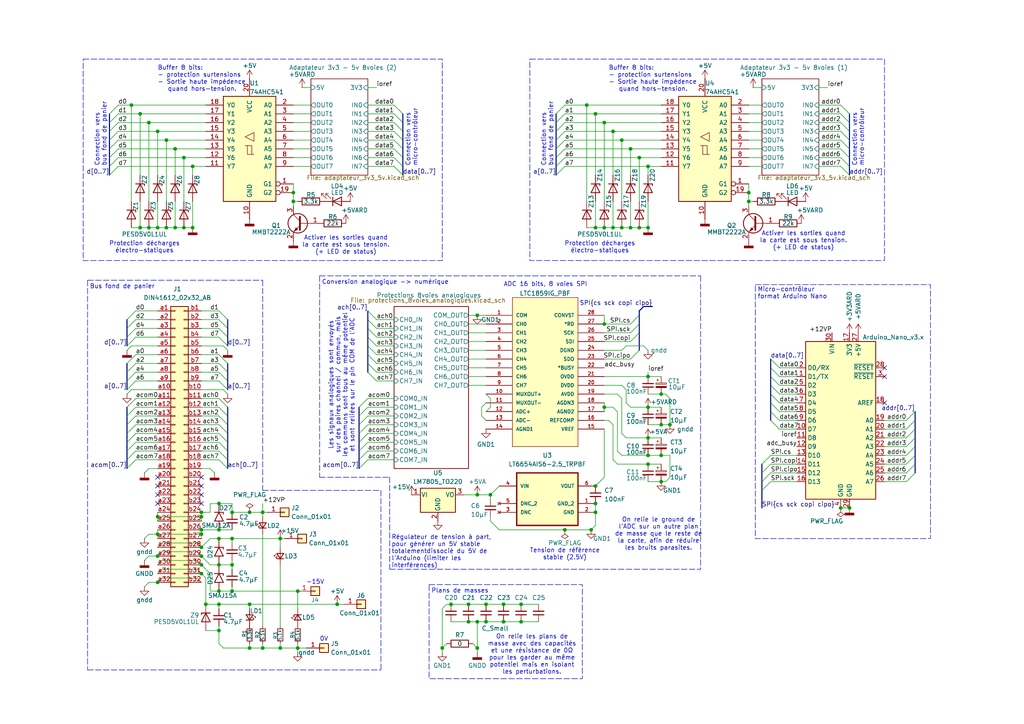
<source format=kicad_sch>
(kicad_sch (version 20250114) (generator "eeschema") (generator_version "9.0")
  (paper "A4")
  (rectangle (start 124.46 169.545) (end 168.91 196.85) (stroke (width 0) (type dash)))
  (rectangle (start 153.67 17.145) (end 256.54 75.565) (stroke (width 0) (type dash)))
  (rectangle (start 24.13 17.145) (end 128.27 75.565) (stroke (width 0) (type dash)))
  (rectangle (start 219.075 82.55) (end 269.875 156.21) (stroke (width 0) (type dash)))
  (text "Connection vers\nmicro-contrôleur" (at 119.38 48.26 90) (effects (font (size 1.27 1.27)) (justify left)))
  (text "Conversion analogique -> numérique" (at 111.76 81.915 0) (effects (font (size 1.27 1.27))))
  (text "Bus fond de panier" (at 26.035 83.185 0) (effects (font (size 1.27 1.27)) (justify left)))
  (text "Buffer 8 bits:\n- protection surtensions\n- Sortie haute impédence\n   quand hors-tension." (at 45.72 22.86 0) (effects (font (size 1.27 1.27)) (justify left)))
  (text "Activer les sorties quand\nla carte est sous tension.\n(+ LED de status)" (at 100.33 71.12 0) (effects (font (size 1.27 1.27))))
  (text "-15V\n" (at 91.44 168.91 0) (effects (font (size 1.27 1.27))))
  (text "ADC 16 bits, 8 voies SPI" (at 146.05 82.55 0) (effects (font (size 1.27 1.27)) (justify left)))
  (text "Protection décharges\nélectro-statiques" (at 173.99 71.755 0) (effects (font (size 1.27 1.27))))
  (text "Buffer 8 bits:\n- protection surtensions\n- Sortie haute impédence\n   quand hors-tension." (at 176.53 22.86 0) (effects (font (size 1.27 1.27)) (justify left)))
  (text "0V" (at 93.98 185.42 0) (effects (font (size 1.27 1.27))))
  (text "Micro-contrôleur\nformat Arduino Nano" (at 219.71 85.09 0) (effects (font (size 1.27 1.27)) (justify left)))
  (text "Protection décharges\nélectro-statiques" (at 41.91 71.755 0) (effects (font (size 1.27 1.27))))
  (text "Activer les sorties quand\nla carte est sous tension.\n(+ LED de status)" (at 233.045 69.85 0) (effects (font (size 1.27 1.27))))
  (text "On relie le ground de\nl’ADC sur un autre plan\nde masse que le reste de\nla carte, afin de réduire\nles bruits parasites." (at 191.008 154.94 0) (effects (font (size 1.27 1.27))))
  (text "Tension de référence\nstable (2.5V)" (at 163.83 160.782 0) (effects (font (size 1.27 1.27))))
  (text "Plans de masses" (at 125.095 171.45 0) (effects (font (size 1.27 1.27)) (justify left)))
  (text "On relie les plans de\nmasse avec des capacités\net une résistance de 0Ω\npour les garder au même\npotentiel mais en isolant\nles perturbations." (at 154.305 189.865 0) (effects (font (size 1.27 1.27))))
  (text "Connection vers\nmicro-contrôleur" (at 248.92 48.26 90) (effects (font (size 1.27 1.27)) (justify left)))
  (text "Connection vers\nbus fond de panier" (at 29.21 48.26 90) (effects (font (size 1.27 1.27)) (justify left)))
  (text "Connection vers\nbus fond de panier" (at 158.75 48.26 90) (effects (font (size 1.27 1.27)) (justify left)))
  (text "Les signaux analogiques sont envoyés\nsur des paires channel / commun, mais\nles communs sont tous au même potentiel\net sont reliées sur le pin COM de l’ADC" (at 99.06 111.76 90) (effects (font (size 1.27 1.27))))
  (text "Régulateur de tension à part,\npour générer un 5V stable\ntotalementdissocié du 5V de\nl’Arduino (limiter les\ninterférences)" (at 113.538 160.02 0) (effects (font (size 1.27 1.27)) (justify left)))
  (junction (at 243.84 147.32))
  (junction (at 67.31 163.83))
  (junction (at 67.31 148.59))
  (junction (at 138.43 143.51))
  (junction (at 48.26 66.04))
  (junction (at 86.36 171.45))
  (junction (at 146.05 175.26))
  (junction (at 185.42 45.72))
  (junction (at 146.05 180.34))
  (junction (at 172.72 66.04))
  (junction (at 85.09 58.42))
  (junction (at 63.5 163.83))
  (junction (at 175.26 66.04))
  (junction (at 180.34 40.64))
  (junction (at 180.34 66.04))
  (junction (at 55.88 66.04))
  (junction (at 191.77 123.19))
  (junction (at 151.13 180.34))
  (junction (at 48.26 40.64))
  (junction (at 171.45 153.67))
  (junction (at 45.72 168.91))
  (junction (at 177.8 38.1))
  (junction (at 72.39 148.59))
  (junction (at 67.31 156.21))
  (junction (at 175.26 118.11))
  (junction (at 40.64 66.04))
  (junction (at 187.96 118.11))
  (junction (at 191.77 114.3))
  (junction (at 138.43 91.44))
  (junction (at 172.72 140.97))
  (junction (at 63.5 175.26))
  (junction (at 128.27 187.96))
  (junction (at 53.34 45.72))
  (junction (at 86.36 187.96))
  (junction (at 142.24 143.51))
  (junction (at 135.89 180.34))
  (junction (at 187.96 134.62))
  (junction (at 58.42 154.94))
  (junction (at 135.89 175.26))
  (junction (at 185.42 66.04))
  (junction (at 58.42 148.59))
  (junction (at 170.18 30.48))
  (junction (at 72.39 187.96))
  (junction (at 97.79 175.26))
  (junction (at 45.72 161.29))
  (junction (at 76.2 187.96))
  (junction (at 45.72 149.86))
  (junction (at 140.97 180.34))
  (junction (at 138.43 187.96))
  (junction (at 130.81 175.26))
  (junction (at 187.96 127))
  (junction (at 50.8 43.18))
  (junction (at 43.18 66.04))
  (junction (at 187.96 48.26))
  (junction (at 58.42 158.75))
  (junction (at 175.26 35.56))
  (junction (at 53.34 66.04))
  (junction (at 177.8 66.04))
  (junction (at 138.43 180.34))
  (junction (at 194.31 123.19))
  (junction (at 45.72 66.04))
  (junction (at 175.26 93.98))
  (junction (at 151.13 175.26))
  (junction (at 67.31 171.45))
  (junction (at 187.96 132.08))
  (junction (at 191.77 139.7))
  (junction (at 172.72 146.05))
  (junction (at 76.2 148.59))
  (junction (at 38.1 30.48))
  (junction (at 246.38 147.32))
  (junction (at 63.5 146.05))
  (junction (at 81.28 156.21))
  (junction (at 163.83 153.67))
  (junction (at 63.5 153.67))
  (junction (at 58.42 149.86))
  (junction (at 45.72 154.94))
  (junction (at 187.96 109.22))
  (junction (at 40.64 33.02))
  (junction (at 59.69 175.26))
  (junction (at 63.5 182.88))
  (junction (at 45.72 38.1))
  (junction (at 140.97 175.26))
  (junction (at 72.39 175.26))
  (junction (at 187.96 66.04))
  (junction (at 63.5 156.21))
  (junction (at 43.18 35.56))
  (junction (at 217.17 58.42))
  (junction (at 58.42 161.29))
  (junction (at 58.42 153.67))
  (junction (at 85.09 55.88))
  (junction (at 58.42 163.83))
  (junction (at 182.88 43.18))
  (junction (at 191.77 132.08))
  (junction (at 217.17 55.88))
  (junction (at 172.72 33.02))
  (junction (at 63.5 171.45))
  (junction (at 81.28 187.96))
  (junction (at 182.88 66.04))
  (junction (at 50.8 66.04))
  (junction (at 172.72 148.59))
  (junction (at 58.42 166.37))
  (junction (at 55.88 48.26))
  (no_connect (at 45.72 143.51))
  (no_connect (at 58.42 138.43))
  (no_connect (at 256.54 116.84))
  (no_connect (at 58.42 143.51))
  (no_connect (at 256.54 109.22))
  (no_connect (at 256.54 106.68))
  (no_connect (at 58.42 140.97))
  (no_connect (at 45.72 146.05))
  (no_connect (at 45.72 138.43))
  (no_connect (at 58.42 146.05))
  (no_connect (at 45.72 140.97))
  (bus_entry (at 106.68 133.35) (size -2.54 2.54))
  (bus_entry (at 223.52 114.3) (size 2.54 2.54))
  (bus_entry (at 246.38 48.26) (size -2.54 -2.54))
  (bus_entry (at 223.52 121.92) (size 2.54 2.54))
  (bus_entry (at 63.5 118.11) (size 2.54 2.54))
  (bus_entry (at 63.5 120.65) (size 2.54 2.54))
  (bus_entry (at 66.04 92.71) (size -2.54 -2.54))
  (bus_entry (at 106.68 118.11) (size -2.54 2.54))
  (bus_entry (at 116.84 40.64) (size -2.54 -2.54))
  (bus_entry (at 182.88 104.14) (size 2.54 -2.54))
  (bus_entry (at 223.52 119.38) (size 2.54 2.54))
  (bus_entry (at 223.52 111.76) (size 2.54 2.54))
  (bus_entry (at 36.83 113.03) (size 2.54 -2.54))
  (bus_entry (at 106.68 120.65) (size -2.54 2.54))
  (bus_entry (at 109.22 105.41) (size -2.54 -2.54))
  (bus_entry (at 31.75 33.02) (size 2.54 -2.54))
  (bus_entry (at 220.98 137.16) (size 2.54 -2.54))
  (bus_entry (at 36.83 105.41) (size 2.54 -2.54))
  (bus_entry (at 39.37 130.81) (size -2.54 2.54))
  (bus_entry (at 66.04 95.25) (size -2.54 -2.54))
  (bus_entry (at 262.89 121.92) (size 2.54 -2.54))
  (bus_entry (at 262.89 124.46) (size 2.54 -2.54))
  (bus_entry (at 182.88 93.98) (size 2.54 -2.54))
  (bus_entry (at 182.88 96.52) (size 2.54 -2.54))
  (bus_entry (at 161.29 40.64) (size 2.54 -2.54))
  (bus_entry (at 63.5 125.73) (size 2.54 2.54))
  (bus_entry (at 39.37 125.73) (size -2.54 2.54))
  (bus_entry (at 116.84 43.18) (size -2.54 -2.54))
  (bus_entry (at 66.04 100.33) (size -2.54 -2.54))
  (bus_entry (at 63.5 123.19) (size 2.54 2.54))
  (bus_entry (at 116.84 45.72) (size -2.54 -2.54))
  (bus_entry (at 39.37 128.27) (size -2.54 2.54))
  (bus_entry (at 66.04 97.79) (size -2.54 -2.54))
  (bus_entry (at 161.29 45.72) (size 2.54 -2.54))
  (bus_entry (at 106.68 123.19) (size -2.54 2.54))
  (bus_entry (at 109.22 107.95) (size -2.54 -2.54))
  (bus_entry (at 63.5 130.81) (size 2.54 2.54))
  (bus_entry (at 109.22 102.87) (size -2.54 -2.54))
  (bus_entry (at 223.52 116.84) (size 2.54 2.54))
  (bus_entry (at 66.04 107.95) (size -2.54 -2.54))
  (bus_entry (at 66.04 105.41) (size -2.54 -2.54))
  (bus_entry (at 31.75 50.8) (size 2.54 -2.54))
  (bus_entry (at 223.52 104.14) (size 2.54 2.54))
  (bus_entry (at 223.52 106.68) (size 2.54 2.54))
  (bus_entry (at 220.98 134.62) (size 2.54 -2.54))
  (bus_entry (at 39.37 123.19) (size -2.54 2.54))
  (bus_entry (at 109.22 97.79) (size -2.54 -2.54))
  (bus_entry (at 66.04 110.49) (size -2.54 -2.54))
  (bus_entry (at 36.83 97.79) (size 2.54 -2.54))
  (bus_entry (at 246.38 35.56) (size -2.54 -2.54))
  (bus_entry (at 116.84 38.1) (size -2.54 -2.54))
  (bus_entry (at 106.68 125.73) (size -2.54 2.54))
  (bus_entry (at 161.29 50.8) (size 2.54 -2.54))
  (bus_entry (at 246.38 50.8) (size -2.54 -2.54))
  (bus_entry (at 63.5 128.27) (size 2.54 2.54))
  (bus_entry (at 31.75 45.72) (size 2.54 -2.54))
  (bus_entry (at 262.89 137.16) (size 2.54 -2.54))
  (bus_entry (at 116.84 50.8) (size -2.54 -2.54))
  (bus_entry (at 262.89 129.54) (size 2.54 -2.54))
  (bus_entry (at 116.84 48.26) (size -2.54 -2.54))
  (bus_entry (at 106.68 115.57) (size -2.54 2.54))
  (bus_entry (at 220.98 139.7) (size 2.54 -2.54))
  (bus_entry (at 39.37 120.65) (size -2.54 2.54))
  (bus_entry (at 262.89 139.7) (size 2.54 -2.54))
  (bus_entry (at 66.04 113.03) (size -2.54 -2.54))
  (bus_entry (at 39.37 118.11) (size -2.54 2.54))
  (bus_entry (at 36.83 100.33) (size 2.54 -2.54))
  (bus_entry (at 106.68 128.27) (size -2.54 2.54))
  (bus_entry (at 63.5 115.57) (size 2.54 2.54))
  (bus_entry (at 161.29 43.18) (size 2.54 -2.54))
  (bus_entry (at 31.75 35.56) (size 2.54 -2.54))
  (bus_entry (at 262.89 132.08) (size 2.54 -2.54))
  (bus_entry (at 223.52 109.22) (size 2.54 2.54))
  (bus_entry (at 246.38 45.72) (size -2.54 -2.54))
  (bus_entry (at 116.84 35.56) (size -2.54 -2.54))
  (bus_entry (at 220.98 142.24) (size 2.54 -2.54))
  (bus_entry (at 109.22 92.71) (size -2.54 -2.54))
  (bus_entry (at 161.29 33.02) (size 2.54 -2.54))
  (bus_entry (at 262.89 134.62) (size 2.54 -2.54))
  (bus_entry (at 31.75 40.64) (size 2.54 -2.54))
  (bus_entry (at 36.83 92.71) (size 2.54 -2.54))
  (bus_entry (at 31.75 38.1) (size 2.54 -2.54))
  (bus_entry (at 161.29 48.26) (size 2.54 -2.54))
  (bus_entry (at 39.37 115.57) (size -2.54 2.54))
  (bus_entry (at 109.22 110.49) (size -2.54 -2.54))
  (bus_entry (at 36.83 107.95) (size 2.54 -2.54))
  (bus_entry (at 182.88 99.06) (size 2.54 -2.54))
  (bus_entry (at 106.68 130.81) (size -2.54 2.54))
  (bus_entry (at 31.75 43.18) (size 2.54 -2.54))
  (bus_entry (at 109.22 95.25) (size -2.54 -2.54))
  (bus_entry (at 36.83 95.25) (size 2.54 -2.54))
  (bus_entry (at 63.5 133.35) (size 2.54 2.54))
  (bus_entry (at 116.84 33.02) (size -2.54 -2.54))
  (bus_entry (at 161.29 35.56) (size 2.54 -2.54))
  (bus_entry (at 246.38 40.64) (size -2.54 -2.54))
  (bus_entry (at 161.29 38.1) (size 2.54 -2.54))
  (bus_entry (at 246.38 38.1) (size -2.54 -2.54))
  (bus_entry (at 246.38 43.18) (size -2.54 -2.54))
  (bus_entry (at 262.89 127) (size 2.54 -2.54))
  (bus_entry (at 246.38 33.02) (size -2.54 -2.54))
  (bus_entry (at 109.22 100.33) (size -2.54 -2.54))
  (bus_entry (at 39.37 133.35) (size -2.54 2.54))
  (bus_entry (at 36.83 110.49) (size 2.54 -2.54))
  (bus_entry (at 31.75 48.26) (size 2.54 -2.54))
  (polyline (pts (xy 203.2 80.01) (xy 203.2 165.1)) (stroke (width 0) (type dash)))
  (bus (pts (xy 104.14 130.81) (xy 104.14 128.27)))
  (wire (pts (xy 163.83 153.67) (xy 171.45 153.67)))
  (wire (pts (xy 58.42 107.95) (xy 63.5 107.95)))
  (wire (pts (xy 142.24 143.51) (xy 144.78 140.97)))
  (wire (pts (xy 180.34 101.6) (xy 181.61 100.33)))
  (wire (pts (xy 172.72 148.59) (xy 172.72 152.4)))
  (wire (pts (xy 76.2 149.86) (xy 76.2 148.59)))
  (wire (pts (xy 226.06 121.92) (xy 231.14 121.92)))
  (wire (pts (xy 55.88 58.42) (xy 55.88 66.04)))
  (bus (pts (xy 246.38 33.02) (xy 246.38 35.56)))
  (bus (pts (xy 106.68 102.87) (xy 106.68 100.33)))
  (wire (pts (xy 34.29 30.48) (xy 38.1 30.48)))
  (wire (pts (xy 163.83 35.56) (xy 175.26 35.56)))
  (polyline (pts (xy 92.71 138.43) (xy 113.03 138.43)) (stroke (width 0) (type dash)))
  (wire (pts (xy 60.96 163.83) (xy 63.5 163.83)))
  (wire (pts (xy 39.37 125.73) (xy 45.72 125.73)))
  (wire (pts (xy 129.54 175.26) (xy 130.81 175.26)))
  (wire (pts (xy 59.69 175.26) (xy 63.5 175.26)))
  (wire (pts (xy 58.42 95.25) (xy 63.5 95.25)))
  (wire (pts (xy 40.64 58.42) (xy 40.64 66.04)))
  (wire (pts (xy 58.42 149.86) (xy 58.42 151.13)))
  (wire (pts (xy 66.04 101.6) (xy 64.77 100.33)))
  (bus (pts (xy 220.98 139.7) (xy 220.98 142.24)))
  (wire (pts (xy 88.9 187.96) (xy 86.36 187.96)))
  (bus (pts (xy 66.04 107.95) (xy 66.04 105.41)))
  (wire (pts (xy 194.31 138.43) (xy 193.04 139.7)))
  (wire (pts (xy 135.89 109.22) (xy 140.97 109.22)))
  (bus (pts (xy 265.43 127) (xy 265.43 129.54)))
  (wire (pts (xy 46.99 165.1) (xy 57.15 165.1)))
  (wire (pts (xy 172.72 58.42) (xy 172.72 66.04)))
  (wire (pts (xy 142.24 151.13) (xy 144.78 153.67)))
  (wire (pts (xy 223.52 132.08) (xy 231.14 132.08)))
  (wire (pts (xy 114.3 120.65) (xy 106.68 120.65)))
  (bus (pts (xy 31.75 48.26) (xy 31.75 45.72)))
  (wire (pts (xy 191.77 139.7) (xy 193.04 139.7)))
  (bus (pts (xy 106.68 97.79) (xy 106.68 95.25)))
  (wire (pts (xy 40.64 33.02) (xy 40.64 50.8)))
  (wire (pts (xy 63.5 156.21) (xy 67.31 156.21)))
  (wire (pts (xy 140.97 119.38) (xy 142.24 118.11)))
  (wire (pts (xy 38.1 30.48) (xy 38.1 58.42)))
  (bus (pts (xy 161.29 43.18) (xy 161.29 40.64)))
  (wire (pts (xy 34.29 35.56) (xy 43.18 35.56)))
  (bus (pts (xy 186.69 88.9) (xy 185.42 90.17)))
  (wire (pts (xy 58.42 154.94) (xy 58.42 156.21)))
  (wire (pts (xy 43.18 35.56) (xy 43.18 58.42)))
  (wire (pts (xy 58.42 123.19) (xy 63.5 123.19)))
  (wire (pts (xy 43.18 35.56) (xy 59.69 35.56)))
  (wire (pts (xy 187.96 48.26) (xy 191.77 48.26)))
  (wire (pts (xy 217.17 58.42) (xy 217.17 59.69)))
  (bus (pts (xy 36.83 128.27) (xy 36.83 130.81)))
  (wire (pts (xy 175.26 114.3) (xy 179.07 114.3)))
  (wire (pts (xy 187.96 127) (xy 191.77 127)))
  (wire (pts (xy 63.5 175.26) (xy 63.5 176.53)))
  (wire (pts (xy 58.42 130.81) (xy 63.5 130.81)))
  (wire (pts (xy 163.83 48.26) (xy 187.96 48.26)))
  (polyline (pts (xy 113.03 165.1) (xy 203.2 165.1)) (stroke (width 0) (type dash)))
  (wire (pts (xy 39.37 92.71) (xy 45.72 92.71)))
  (wire (pts (xy 76.2 146.05) (xy 76.2 148.59)))
  (wire (pts (xy 194.31 115.57) (xy 194.31 123.19)))
  (bus (pts (xy 116.84 40.64) (xy 116.84 43.18)))
  (bus (pts (xy 104.14 123.19) (xy 104.14 120.65)))
  (wire (pts (xy 58.42 100.33) (xy 64.77 100.33)))
  (wire (pts (xy 58.42 128.27) (xy 63.5 128.27)))
  (bus (pts (xy 66.04 100.33) (xy 66.04 97.79)))
  (wire (pts (xy 34.29 33.02) (xy 40.64 33.02)))
  (wire (pts (xy 175.26 66.04) (xy 177.8 66.04)))
  (wire (pts (xy 55.88 48.26) (xy 59.69 48.26)))
  (wire (pts (xy 182.88 43.18) (xy 182.88 50.8)))
  (wire (pts (xy 191.77 123.19) (xy 194.31 123.19)))
  (bus (pts (xy 265.43 124.46) (xy 265.43 127)))
  (bus (pts (xy 223.52 104.14) (xy 223.52 106.68)))
  (wire (pts (xy 237.49 35.56) (xy 243.84 35.56)))
  (wire (pts (xy 187.96 134.62) (xy 179.07 134.62)))
  (wire (pts (xy 58.42 113.03) (xy 64.77 113.03)))
  (wire (pts (xy 114.3 130.81) (xy 106.68 130.81)))
  (wire (pts (xy 226.06 114.3) (xy 231.14 114.3)))
  (wire (pts (xy 226.06 124.46) (xy 231.14 124.46)))
  (wire (pts (xy 48.26 40.64) (xy 48.26 58.42)))
  (wire (pts (xy 256.54 137.16) (xy 262.89 137.16)))
  (wire (pts (xy 58.42 163.83) (xy 60.96 166.37)))
  (wire (pts (xy 135.89 93.98) (xy 140.97 93.98)))
  (wire (pts (xy 43.18 168.91) (xy 45.72 168.91)))
  (wire (pts (xy 106.68 30.48) (xy 114.3 30.48)))
  (wire (pts (xy 138.43 91.44) (xy 140.97 91.44)))
  (wire (pts (xy 109.22 97.79) (xy 114.3 97.79)))
  (bus (pts (xy 220.98 142.24) (xy 220.98 147.32)))
  (wire (pts (xy 58.42 153.67) (xy 58.42 154.94)))
  (wire (pts (xy 39.37 130.81) (xy 45.72 130.81)))
  (wire (pts (xy 50.8 58.42) (xy 50.8 66.04)))
  (wire (pts (xy 179.07 130.81) (xy 180.34 132.08)))
  (wire (pts (xy 86.36 186.69) (xy 86.36 187.96)))
  (bus (pts (xy 246.38 35.56) (xy 246.38 38.1)))
  (bus (pts (xy 265.43 134.62) (xy 265.43 137.16)))
  (wire (pts (xy 180.34 40.64) (xy 180.34 58.42)))
  (bus (pts (xy 161.29 40.64) (xy 161.29 38.1)))
  (wire (pts (xy 63.5 171.45) (xy 67.31 171.45)))
  (wire (pts (xy 76.2 148.59) (xy 77.47 148.59)))
  (wire (pts (xy 55.88 48.26) (xy 55.88 50.8)))
  (wire (pts (xy 170.18 30.48) (xy 191.77 30.48)))
  (wire (pts (xy 81.28 187.96) (xy 81.28 186.69)))
  (wire (pts (xy 60.96 166.37) (xy 60.96 171.45)))
  (wire (pts (xy 109.22 105.41) (xy 114.3 105.41)))
  (bus (pts (xy 36.83 97.79) (xy 36.83 95.25)))
  (wire (pts (xy 186.69 100.33) (xy 187.96 101.6)))
  (wire (pts (xy 177.8 66.04) (xy 180.34 66.04)))
  (wire (pts (xy 144.78 153.67) (xy 163.83 153.67)))
  (wire (pts (xy 172.72 146.05) (xy 172.72 148.59)))
  (wire (pts (xy 182.88 66.04) (xy 185.42 66.04)))
  (wire (pts (xy 45.72 38.1) (xy 59.69 38.1)))
  (wire (pts (xy 106.68 38.1) (xy 114.3 38.1)))
  (wire (pts (xy 181.61 127) (xy 187.96 127)))
  (wire (pts (xy 128.27 189.23) (xy 128.27 187.96)))
  (wire (pts (xy 86.36 187.96) (xy 86.36 189.23)))
  (wire (pts (xy 175.26 124.46) (xy 175.26 138.43)))
  (wire (pts (xy 38.1 30.48) (xy 59.69 30.48)))
  (wire (pts (xy 45.72 166.37) (xy 46.99 165.1)))
  (wire (pts (xy 142.24 143.51) (xy 142.24 144.78)))
  (wire (pts (xy 180.34 115.57) (xy 180.34 125.73)))
  (wire (pts (xy 175.26 91.44) (xy 175.26 93.98)))
  (wire (pts (xy 217.17 55.88) (xy 217.17 58.42)))
  (wire (pts (xy 40.64 66.04) (xy 43.18 66.04)))
  (wire (pts (xy 39.37 105.41) (xy 45.72 105.41)))
  (bus (pts (xy 265.43 119.38) (xy 265.43 121.92)))
  (wire (pts (xy 43.18 135.89) (xy 45.72 135.89)))
  (wire (pts (xy 58.42 125.73) (xy 63.5 125.73)))
  (wire (pts (xy 175.26 118.11) (xy 175.26 119.38)))
  (wire (pts (xy 177.8 133.35) (xy 179.07 134.62)))
  (wire (pts (xy 86.36 171.45) (xy 86.36 176.53)))
  (wire (pts (xy 76.2 154.94) (xy 76.2 181.61)))
  (bus (pts (xy 36.83 130.81) (xy 36.83 133.35)))
  (wire (pts (xy 175.26 118.11) (xy 177.8 118.11)))
  (wire (pts (xy 187.96 114.3) (xy 191.77 114.3)))
  (wire (pts (xy 58.42 92.71) (xy 63.5 92.71)))
  (wire (pts (xy 63.5 175.26) (xy 72.39 175.26)))
  (wire (pts (xy 140.97 180.34) (xy 146.05 180.34)))
  (wire (pts (xy 137.16 186.69) (xy 138.43 187.96)))
  (wire (pts (xy 114.3 125.73) (xy 106.68 125.73)))
  (wire (pts (xy 39.37 95.25) (xy 45.72 95.25)))
  (bus (pts (xy 36.83 118.11) (xy 36.83 120.65)))
  (wire (pts (xy 218.44 25.4) (xy 220.98 25.4)))
  (wire (pts (xy 187.96 58.42) (xy 187.96 66.04)))
  (wire (pts (xy 58.42 148.59) (xy 58.42 149.86)))
  (wire (pts (xy 39.37 102.87) (xy 45.72 102.87)))
  (bus (pts (xy 223.52 114.3) (xy 223.52 111.76)))
  (wire (pts (xy 72.39 148.59) (xy 76.2 148.59)))
  (wire (pts (xy 67.31 157.48) (xy 67.31 156.21)))
  (wire (pts (xy 58.42 118.11) (xy 63.5 118.11)))
  (bus (pts (xy 66.04 120.65) (xy 66.04 123.19)))
  (wire (pts (xy 163.83 45.72) (xy 185.42 45.72)))
  (bus (pts (xy 265.43 121.92) (xy 265.43 124.46)))
  (wire (pts (xy 53.34 66.04) (xy 55.88 66.04)))
  (wire (pts (xy 187.96 134.62) (xy 191.77 134.62)))
  (bus (pts (xy 185.42 90.17) (xy 185.42 91.44)))
  (bus (pts (xy 116.84 43.18) (xy 116.84 45.72)))
  (wire (pts (xy 43.18 66.04) (xy 45.72 66.04)))
  (wire (pts (xy 43.18 154.94) (xy 45.72 154.94)))
  (bus (pts (xy 31.75 43.18) (xy 31.75 40.64)))
  (wire (pts (xy 151.13 180.34) (xy 156.21 180.34)))
  (wire (pts (xy 63.5 186.69) (xy 64.77 187.96)))
  (wire (pts (xy 106.68 43.18) (xy 114.3 43.18)))
  (wire (pts (xy 177.8 38.1) (xy 177.8 50.8)))
  (wire (pts (xy 139.7 118.11) (xy 139.7 120.65)))
  (wire (pts (xy 237.49 25.4) (xy 240.03 25.4)))
  (wire (pts (xy 85.09 40.64) (xy 90.17 40.64)))
  (bus (pts (xy 246.38 48.26) (xy 246.38 50.8)))
  (wire (pts (xy 58.42 105.41) (xy 63.5 105.41)))
  (wire (pts (xy 130.81 180.34) (xy 135.89 180.34)))
  (wire (pts (xy 57.15 160.02) (xy 58.42 161.29)))
  (wire (pts (xy 182.88 43.18) (xy 191.77 43.18)))
  (wire (pts (xy 175.26 35.56) (xy 191.77 35.56)))
  (wire (pts (xy 106.68 45.72) (xy 114.3 45.72)))
  (bus (pts (xy 220.98 137.16) (xy 220.98 134.62)))
  (wire (pts (xy 85.09 45.72) (xy 90.17 45.72)))
  (wire (pts (xy 237.49 43.18) (xy 243.84 43.18)))
  (wire (pts (xy 114.3 133.35) (xy 106.68 133.35)))
  (bus (pts (xy 36.83 120.65) (xy 36.83 123.19)))
  (wire (pts (xy 41.91 156.21) (xy 43.18 154.94)))
  (bus (pts (xy 116.84 48.26) (xy 116.84 50.8)))
  (wire (pts (xy 39.37 107.95) (xy 45.72 107.95)))
  (wire (pts (xy 67.31 165.1) (xy 67.31 163.83)))
  (wire (pts (xy 114.3 123.19) (xy 106.68 123.19)))
  (wire (pts (xy 187.96 107.95) (xy 187.96 109.22)))
  (bus (pts (xy 31.75 35.56) (xy 31.75 33.02)))
  (wire (pts (xy 38.1 100.33) (xy 45.72 100.33)))
  (wire (pts (xy 60.96 156.21) (xy 63.5 156.21)))
  (polyline (pts (xy 92.71 80.01) (xy 92.71 138.43)) (stroke (width 0) (type dash)))
  (wire (pts (xy 48.26 40.64) (xy 59.69 40.64)))
  (wire (pts (xy 58.42 102.87) (xy 63.5 102.87)))
  (bus (pts (xy 265.43 129.54) (xy 265.43 132.08)))
  (wire (pts (xy 217.17 33.02) (xy 220.98 33.02)))
  (wire (pts (xy 130.81 175.26) (xy 135.89 175.26)))
  (wire (pts (xy 237.49 33.02) (xy 243.84 33.02)))
  (bus (pts (xy 223.52 111.76) (xy 223.52 109.22)))
  (wire (pts (xy 85.09 43.18) (xy 90.17 43.18)))
  (bus (pts (xy 161.29 35.56) (xy 161.29 33.02)))
  (wire (pts (xy 45.72 168.91) (xy 46.99 167.64)))
  (wire (pts (xy 135.89 96.52) (xy 140.97 96.52)))
  (wire (pts (xy 67.31 148.59) (xy 72.39 148.59)))
  (wire (pts (xy 114.3 118.11) (xy 106.68 118.11)))
  (wire (pts (xy 41.91 170.18) (xy 43.18 168.91)))
  (wire (pts (xy 58.42 153.67) (xy 63.5 153.67)))
  (bus (pts (xy 36.83 107.95) (xy 36.83 110.49)))
  (bus (pts (xy 36.83 95.25) (xy 36.83 92.71)))
  (wire (pts (xy 39.37 123.19) (xy 45.72 123.19)))
  (wire (pts (xy 256.54 127) (xy 262.89 127)))
  (wire (pts (xy 85.09 30.48) (xy 90.17 30.48)))
  (wire (pts (xy 38.1 113.03) (xy 45.72 113.03)))
  (wire (pts (xy 39.37 118.11) (xy 45.72 118.11)))
  (polyline (pts (xy 25.4 81.28) (xy 25.4 194.31)) (stroke (width 0) (type dash)))
  (wire (pts (xy 217.17 38.1) (xy 220.98 38.1)))
  (wire (pts (xy 81.28 187.96) (xy 86.36 187.96)))
  (wire (pts (xy 48.26 66.04) (xy 50.8 66.04)))
  (wire (pts (xy 36.83 114.3) (xy 38.1 113.03)))
  (wire (pts (xy 45.72 148.59) (xy 45.72 149.86)))
  (wire (pts (xy 140.97 116.84) (xy 139.7 118.11)))
  (polyline (pts (xy 92.71 80.01) (xy 203.2 80.01)) (stroke (width 0) (type dash)))
  (wire (pts (xy 180.34 132.08) (xy 187.96 132.08)))
  (wire (pts (xy 256.54 121.92) (xy 262.89 121.92)))
  (wire (pts (xy 163.83 30.48) (xy 170.18 30.48)))
  (wire (pts (xy 114.3 115.57) (xy 106.68 115.57)))
  (bus (pts (xy 66.04 110.49) (xy 66.04 107.95)))
  (wire (pts (xy 186.69 100.33) (xy 181.61 100.33)))
  (wire (pts (xy 34.29 48.26) (xy 55.88 48.26)))
  (wire (pts (xy 63.5 146.05) (xy 67.31 146.05)))
  (wire (pts (xy 76.2 187.96) (xy 76.2 186.69)))
  (bus (pts (xy 66.04 95.25) (xy 66.04 92.71)))
  (wire (pts (xy 45.72 149.86) (xy 45.72 151.13)))
  (wire (pts (xy 106.68 33.02) (xy 114.3 33.02)))
  (wire (pts (xy 64.77 187.96) (xy 72.39 187.96)))
  (bus (pts (xy 106.68 105.41) (xy 106.68 102.87)))
  (wire (pts (xy 58.42 163.83) (xy 57.15 162.56)))
  (wire (pts (xy 109.22 102.87) (xy 114.3 102.87)))
  (wire (pts (xy 135.89 101.6) (xy 140.97 101.6)))
  (bus (pts (xy 246.38 45.72) (xy 246.38 48.26)))
  (wire (pts (xy 57.15 157.48) (xy 58.42 158.75)))
  (bus (pts (xy 104.14 128.27) (xy 104.14 125.73)))
  (wire (pts (xy 109.22 100.33) (xy 114.3 100.33)))
  (wire (pts (xy 109.22 95.25) (xy 114.3 95.25)))
  (wire (pts (xy 172.72 152.4) (xy 171.45 153.67)))
  (bus (pts (xy 104.14 135.89) (xy 104.14 133.35)))
  (wire (pts (xy 237.49 45.72) (xy 243.84 45.72)))
  (wire (pts (xy 45.72 153.67) (xy 45.72 154.94)))
  (wire (pts (xy 50.8 66.04) (xy 53.34 66.04)))
  (wire (pts (xy 72.39 186.69) (xy 72.39 187.96)))
  (bus (pts (xy 66.04 113.03) (xy 66.04 110.49)))
  (wire (pts (xy 217.17 48.26) (xy 220.98 48.26)))
  (bus (pts (xy 66.04 97.79) (xy 66.04 95.25)))
  (wire (pts (xy 72.39 187.96) (xy 76.2 187.96)))
  (wire (pts (xy 223.52 139.7) (xy 231.14 139.7)))
  (wire (pts (xy 256.54 139.7) (xy 262.89 139.7)))
  (wire (pts (xy 85.09 58.42) (xy 85.09 59.69)))
  (wire (pts (xy 66.04 114.3) (xy 64.77 113.03)))
  (wire (pts (xy 128.27 176.53) (xy 128.27 187.96)))
  (wire (pts (xy 45.72 154.94) (xy 45.72 156.21)))
  (wire (pts (xy 58.42 120.65) (xy 63.5 120.65)))
  (wire (pts (xy 243.84 147.32) (xy 246.38 147.32)))
  (wire (pts (xy 63.5 153.67) (xy 67.31 153.67)))
  (wire (pts (xy 63.5 163.83) (xy 67.31 163.83)))
  (wire (pts (xy 58.42 115.57) (xy 63.5 115.57)))
  (bus (pts (xy 161.29 48.26) (xy 161.29 45.72)))
  (wire (pts (xy 81.28 158.75) (xy 81.28 156.21)))
  (wire (pts (xy 45.72 66.04) (xy 48.26 66.04)))
  (wire (pts (xy 187.96 48.26) (xy 187.96 50.8)))
  (bus (pts (xy 66.04 133.35) (xy 66.04 135.89)))
  (bus (pts (xy 246.38 40.64) (xy 246.38 43.18)))
  (bus (pts (xy 116.84 35.56) (xy 116.84 38.1)))
  (bus (pts (xy 31.75 40.64) (xy 31.75 38.1)))
  (wire (pts (xy 135.89 99.06) (xy 140.97 99.06)))
  (wire (pts (xy 217.17 35.56) (xy 220.98 35.56)))
  (wire (pts (xy 175.26 138.43) (xy 172.72 140.97)))
  (wire (pts (xy 177.8 58.42) (xy 177.8 66.04)))
  (wire (pts (xy 146.05 175.26) (xy 151.13 175.26)))
  (polyline (pts (xy 113.03 138.43) (xy 113.03 165.1)) (stroke (width 0) (type dash)))
  (bus (pts (xy 31.75 50.8) (xy 31.75 48.26)))
  (bus (pts (xy 31.75 38.1) (xy 31.75 35.56)))
  (bus (pts (xy 223.52 119.38) (xy 223.52 116.84)))
  (wire (pts (xy 163.83 40.64) (xy 180.34 40.64)))
  (wire (pts (xy 72.39 175.26) (xy 97.79 175.26)))
  (bus (pts (xy 220.98 137.16) (xy 220.98 139.7)))
  (wire (pts (xy 217.17 40.64) (xy 220.98 40.64)))
  (wire (pts (xy 146.05 180.34) (xy 151.13 180.34)))
  (wire (pts (xy 129.54 186.69) (xy 128.27 187.96)))
  (bus (pts (xy 265.43 132.08) (xy 265.43 134.62)))
  (wire (pts (xy 53.34 45.72) (xy 53.34 58.42)))
  (wire (pts (xy 59.69 182.88) (xy 63.5 182.88)))
  (wire (pts (xy 58.42 161.29) (xy 60.96 163.83)))
  (wire (pts (xy 106.68 25.4) (xy 109.22 25.4)))
  (wire (pts (xy 40.64 33.02) (xy 59.69 33.02)))
  (wire (pts (xy 97.79 175.26) (xy 99.695 175.26)))
  (bus (pts (xy 36.83 123.19) (xy 36.83 125.73)))
  (wire (pts (xy 237.49 48.26) (xy 243.84 48.26)))
  (wire (pts (xy 46.99 162.56) (xy 45.72 163.83)))
  (bus (pts (xy 161.29 45.72) (xy 161.29 43.18)))
  (wire (pts (xy 138.43 187.96) (xy 138.43 189.23)))
  (wire (pts (xy 187.96 139.7) (xy 191.77 139.7)))
  (wire (pts (xy 187.96 123.19) (xy 191.77 123.19)))
  (wire (pts (xy 67.31 170.18) (xy 67.31 171.45)))
  (bus (pts (xy 36.83 113.03) (xy 36.83 110.49)))
  (wire (pts (xy 106.68 35.56) (xy 114.3 35.56)))
  (wire (pts (xy 191.77 132.08) (xy 194.31 132.08)))
  (wire (pts (xy 45.72 158.75) (xy 46.99 157.48)))
  (wire (pts (xy 76.2 187.96) (xy 81.28 187.96)))
  (wire (pts (xy 179.07 119.38) (xy 179.07 130.81)))
  (wire (pts (xy 34.29 45.72) (xy 53.34 45.72)))
  (wire (pts (xy 140.97 114.3) (xy 142.24 115.57)))
  (bus (pts (xy 31.75 45.72) (xy 31.75 43.18)))
  (wire (pts (xy 193.04 114.3) (xy 194.31 115.57)))
  (polyline (pts (xy 110.49 142.24) (xy 110.49 194.31)) (stroke (width 0) (type dash)))
  (wire (pts (xy 177.8 38.1) (xy 191.77 38.1)))
  (bus (pts (xy 106.68 107.95) (xy 106.68 105.41)))
  (bus (pts (xy 246.38 43.18) (xy 246.38 45.72)))
  (wire (pts (xy 187.96 132.08) (xy 191.77 132.08)))
  (bus (pts (xy 104.14 120.65) (xy 104.14 118.11)))
  (wire (pts (xy 181.61 113.03) (xy 181.61 116.84)))
  (bus (pts (xy 161.29 50.8) (xy 161.29 48.26)))
  (wire (pts (xy 50.8 43.18) (xy 50.8 50.8)))
  (wire (pts (xy 58.42 90.17) (xy 63.5 90.17)))
  (wire (pts (xy 58.42 97.79) (xy 63.5 97.79)))
  (wire (pts (xy 67.31 156.21) (xy 81.28 156.21)))
  (bus (pts (xy 66.04 130.81) (xy 66.04 133.35)))
  (wire (pts (xy 109.22 107.95) (xy 114.3 107.95)))
  (wire (pts (xy 135.89 104.14) (xy 140.97 104.14)))
  (wire (pts (xy 180.34 125.73) (xy 181.61 127)))
  (bus (pts (xy 246.38 38.1) (xy 246.38 40.64)))
  (wire (pts (xy 39.37 120.65) (xy 45.72 120.65)))
  (polyline (pts (xy 25.4 81.28) (xy 76.2 81.28)) (stroke (width 0) (type dash)))
  (wire (pts (xy 151.13 175.26) (xy 156.21 175.26)))
  (bus (pts (xy 185.42 91.44) (xy 185.42 93.98)))
  (bus (pts (xy 106.68 95.25) (xy 106.68 92.71)))
  (wire (pts (xy 60.96 146.05) (xy 60.96 148.59)))
  (polyline (pts (xy 76.2 142.24) (xy 110.49 142.24)) (stroke (width 0) (type dash)))
  (wire (pts (xy 81.28 156.21) (xy 82.55 156.21)))
  (wire (pts (xy 177.8 118.11) (xy 179.07 119.38)))
  (wire (pts (xy 60.96 171.45) (xy 63.5 171.45)))
  (wire (pts (xy 163.83 43.18) (xy 182.88 43.18)))
  (wire (pts (xy 85.09 38.1) (xy 90.17 38.1)))
  (wire (pts (xy 87.63 25.4) (xy 90.17 25.4)))
  (wire (pts (xy 180.34 66.04) (xy 182.88 66.04)))
  (wire (pts (xy 170.18 66.04) (xy 172.72 66.04)))
  (wire (pts (xy 140.97 175.26) (xy 146.05 175.26)))
  (wire (pts (xy 67.31 162.56) (xy 67.31 163.83)))
  (wire (pts (xy 163.83 38.1) (xy 177.8 38.1)))
  (wire (pts (xy 138.43 180.34) (xy 138.43 187.96)))
  (bus (pts (xy 36.83 100.33) (xy 36.83 97.79)))
  (wire (pts (xy 34.29 40.64) (xy 48.26 40.64)))
  (wire (pts (xy 187.96 109.22) (xy 191.77 109.22)))
  (wire (pts (xy 85.09 35.56) (xy 90.17 35.56)))
  (wire (pts (xy 223.52 134.62) (xy 231.14 134.62)))
  (wire (pts (xy 172.72 33.02) (xy 191.77 33.02)))
  (bus (pts (xy 185.42 93.98) (xy 185.42 96.52)))
  (wire (pts (xy 85.09 53.34) (xy 85.09 55.88)))
  (wire (pts (xy 46.99 160.02) (xy 57.15 160.02)))
  (wire (pts (xy 45.72 154.94) (xy 58.42 154.94)))
  (polyline (pts (xy 76.2 81.28) (xy 76.2 142.24)) (stroke (width 0) (type dash)))
  (bus (pts (xy 185.42 96.52) (xy 185.42 101.6)))
  (wire (pts (xy 217.17 45.72) (xy 220.98 45.72)))
  (wire (pts (xy 38.1 66.04) (xy 40.64 66.04)))
  (wire (pts (xy 226.06 109.22) (xy 231.14 109.22)))
  (bus (pts (xy 66.04 125.73) (xy 66.04 128.27)))
  (wire (pts (xy 175.26 99.06) (xy 182.88 99.06)))
  (wire (pts (xy 226.06 119.38) (xy 231.14 119.38)))
  (wire (pts (xy 172.72 66.04) (xy 175.26 66.04)))
  (wire (pts (xy 58.42 110.49) (xy 63.5 110.49)))
  (wire (pts (xy 139.7 120.65) (xy 140.97 121.92)))
  (wire (pts (xy 163.83 33.02) (xy 172.72 33.02)))
  (wire (pts (xy 109.22 92.71) (xy 114.3 92.71)))
  (wire (pts (xy 180.34 101.6) (xy 175.26 101.6)))
  (bus (pts (xy 66.04 118.11) (xy 66.04 120.65)))
  (wire (pts (xy 218.44 58.42) (xy 217.17 58.42)))
  (wire (pts (xy 182.88 118.11) (xy 187.96 118.11)))
  (wire (pts (xy 170.18 30.48) (xy 170.18 58.42)))
  (wire (pts (xy 142.24 149.86) (xy 142.24 151.13)))
  (wire (pts (xy 175.26 35.56) (xy 175.26 58.42)))
  (wire (pts (xy 185.42 45.72) (xy 185.42 58.42)))
  (wire (pts (xy 72.39 175.26) (xy 72.39 176.53)))
  (wire (pts (xy 175.26 104.14) (xy 182.88 104.14)))
  (wire (pts (xy 179.07 114.3) (xy 180.34 115.57)))
  (wire (pts (xy 134.62 143.51) (xy 138.43 143.51)))
  (bus (pts (xy 36.83 125.73) (xy 36.83 128.27)))
  (wire (pts (xy 58.42 158.75) (xy 60.96 156.21)))
  (wire (pts (xy 256.54 134.62) (xy 262.89 134.62)))
  (wire (pts (xy 86.36 58.42) (xy 85.09 58.42)))
  (wire (pts (xy 175.26 109.22) (xy 187.96 109.22)))
  (wire (pts (xy 60.96 135.89) (xy 58.42 135.89)))
  (wire (pts (xy 135.89 175.26) (xy 140.97 175.26)))
  (wire (pts (xy 39.37 90.17) (xy 45.72 90.17)))
  (bus (pts (xy 223.52 109.22) (xy 223.52 106.68)))
  (wire (pts (xy 57.15 167.64) (xy 58.42 168.91)))
  (wire (pts (xy 81.28 163.83) (xy 81.28 181.61)))
  (wire (pts (xy 45.72 58.42) (xy 45.72 66.04)))
  (wire (pts (xy 50.8 43.18) (xy 59.69 43.18)))
  (wire (pts (xy 256.54 129.54) (xy 262.89 129.54)))
  (wire (pts (xy 34.29 43.18) (xy 50.8 43.18)))
  (wire (pts (xy 58.42 166.37) (xy 59.69 167.64)))
  (wire (pts (xy 39.37 115.57) (xy 45.72 115.57)))
  (wire (pts (xy 63.5 181.61) (xy 63.5 182.88)))
  (wire (pts (xy 138.43 143.51) (xy 142.24 143.51)))
  (wire (pts (xy 39.37 128.27) (xy 45.72 128.27)))
  (wire (pts (xy 39.37 110.49) (xy 45.72 110.49)))
  (wire (pts (xy 256.54 124.46) (xy 262.89 124.46)))
  (bus (pts (xy 116.84 45.72) (xy 116.84 48.26)))
  (wire (pts (xy 109.22 110.49) (xy 114.3 110.49)))
  (bus (pts (xy 116.84 38.1) (xy 116.84 40.64)))
  (wire (pts (xy 185.42 66.04) (xy 187.96 66.04)))
  (wire (pts (xy 39.37 97.79) (xy 45.72 97.79)))
  (wire (pts (xy 175.26 96.52) (xy 182.88 96.52)))
  (bus (pts (xy 104.14 133.35) (xy 104.14 130.81)))
  (wire (pts (xy 58.42 148.59) (xy 60.96 148.59)))
  (bus (pts (xy 104.14 125.73) (xy 104.14 123.19)))
  (bus (pts (xy 223.52 116.84) (xy 223.52 114.3)))
  (wire (pts (xy 43.18 161.29) (xy 45.72 161.29)))
  (bus (pts (xy 116.84 33.02) (xy 116.84 35.56)))
  (wire (pts (xy 237.49 30.48) (xy 243.84 30.48)))
  (wire (pts (xy 128.27 176.53) (xy 129.54 175.26)))
  (wire (pts (xy 46.99 167.64) (xy 57.15 167.64)))
  (wire (pts (xy 223.52 137.16) (xy 231.14 137.16)))
  (wire (pts (xy 60.96 146.05) (xy 63.5 146.05)))
  (wire (pts (xy 135.89 111.76) (xy 140.97 111.76)))
  (bus (pts (xy 106.68 100.33) (xy 106.68 97.79)))
  (wire (pts (xy 177.8 123.19) (xy 177.8 133.35)))
  (wire (pts (xy 135.89 180.34) (xy 138.43 180.34)))
  (wire (pts (xy 175.26 121.92) (xy 176.53 121.92)))
  (wire (pts (xy 217.17 53.34) (xy 217.17 55.88)))
  (bus (pts (xy 66.04 128.27) (xy 66.04 130.81)))
  (bus (pts (xy 161.29 38.1) (xy 161.29 35.56)))
  (polyline (pts (xy 25.4 194.31) (xy 110.49 194.31)) (stroke (width 0) (type dash)))
  (wire (pts (xy 85.09 48.26) (xy 90.17 48.26)))
  (wire (pts (xy 138.43 180.34) (xy 140.97 180.34)))
  (wire (pts (xy 106.68 48.26) (xy 114.3 48.26)))
  (wire (pts (xy 237.49 38.1) (xy 243.84 38.1)))
  (bus (pts (xy 36.83 133.35) (xy 36.83 135.89)))
  (wire (pts (xy 180.34 111.76) (xy 181.61 113.03)))
  (wire (pts (xy 39.37 133.35) (xy 45.72 133.35)))
  (wire (pts (xy 193.04 114.3) (xy 191.77 114.3)))
  (bus (pts (xy 66.04 123.19) (xy 66.04 125.73)))
  (wire (pts (xy 256.54 132.08) (xy 262.89 132.08)))
  (wire (pts (xy 226.06 111.76) (xy 231.14 111.76)))
  (wire (pts (xy 217.17 43.18) (xy 220.98 43.18)))
  (bus (pts (xy 223.52 121.92) (xy 223.52 119.38)))
  (wire (pts (xy 45.72 38.1) (xy 45.72 50.8)))
  (wire (pts (xy 194.31 132.08) (xy 194.31 138.43)))
  (wire (pts (xy 226.06 116.84) (xy 231.14 116.84)))
  (wire (pts (xy 45.72 161.29) (xy 46.99 160.02)))
  (wire (pts (xy 175.26 93.98) (xy 182.88 93.98)))
  (wire (pts (xy 114.3 128.27) (xy 106.68 128.27)))
  (wire (pts (xy 175.26 116.84) (xy 175.26 118.11)))
  (wire (pts (xy 187.96 118.11) (xy 191.77 118.11)))
  (wire (pts (xy 57.15 162.56) (xy 46.99 162.56)))
  (wire (pts (xy 85.09 33.02) (xy 90.17 33.02)))
  (wire (pts (xy 175.26 111.76) (xy 180.34 111.76)))
  (bus (pts (xy 189.23 88.9) (xy 186.69 88.9)))
  (wire (pts (xy 36.83 101.6) (xy 38.1 100.33)))
  (wire (pts (xy 185.42 45.72) (xy 191.77 45.72)))
  (wire (pts (xy 217.17 30.48) (xy 220.98 30.48)))
  (wire (pts (xy 57.15 165.1) (xy 58.42 166.37)))
  (wire (pts (xy 58.42 133.35) (xy 63.5 133.35)))
  (wire (pts (xy 34.29 38.1) (xy 45.72 38.1)))
  (wire (pts (xy 181.61 116.84) (xy 182.88 118.11)))
  (wire (pts (xy 85.09 55.88) (xy 85.09 58.42)))
  (wire (pts (xy 59.69 167.64) (xy 59.69 175.26)))
  (wire (pts (xy 67.31 146.05) (xy 67.31 148.59)))
  (wire (pts (xy 41.91 137.16) (xy 43.18 135.89)))
  (bus (pts (xy 36.83 107.95) (xy 36.83 105.41)))
  (wire (pts (xy 172.72 33.02) (xy 172.72 50.8)))
  (wire (pts (xy 46.99 157.48) (xy 57.15 157.48)))
  (wire (pts (xy 62.23 137.16) (xy 60.96 135.89)))
  (wire (pts (xy 237.49 40.64) (xy 243.84 40.64)))
  (wire (pts (xy 142.24 115.57) (xy 142.24 118.11)))
  (wire (pts (xy 226.06 106.68) (xy 231.14 106.68)))
  (wire (pts (xy 53.34 45.72) (xy 59.69 45.72)))
  (wire (pts (xy 106.68 40.64) (xy 114.3 40.64)))
  (wire (pts (xy 43.18 161.29) (xy 41.91 162.56)))
  (bus (pts (xy 106.68 92.71) (xy 106.68 90.17)))
  (wire (pts (xy 135.89 106.68) (xy 140.97 106.68)))
  (wire (pts (xy 67.31 171.45) (xy 86.36 171.45)))
  (wire (pts (xy 45.72 149.86) (xy 58.42 149.86)))
  (wire (pts (xy 182.88 58.42) (xy 182.88 66.04)))
  (wire (pts (xy 63.5 182.88) (xy 63.5 186.69)))
  (wire (pts (xy 135.89 91.44) (xy 138.43 91.44)))
  (wire (pts (xy 180.34 40.64) (xy 191.77 40.64)))
  (wire (pts (xy 176.53 121.92) (xy 177.8 123.19)))
  (label "addr3" (at 243.84 38.1 180))
  (label "a2" (at 39.37 105.41 0))
  (label "acom0" (at 106.68 115.57 0))
  (label "addr1" (at 243.84 33.02 180))
  (label "SPI.cipo" (at 223.52 137.16 0))
  (label "d3" (at 63.5 92.71 180))
  (label "data5" (at 114.3 43.18 180))
  (label "addr[0..7]" (at 265.43 119.38 180))
  (label "SPI{cs sck copi cipo}" (at 220.98 147.32 0))
  (label "data6" (at 114.3 45.72 180))
  (label "addr0" (at 262.89 121.92 180))
  (label "d2" (at 34.29 35.56 0))
  (label "acom7" (at 39.37 133.35 0))
  (label "a3" (at 63.5 105.41 180))
  (label "ach1" (at 63.5 118.11 180))
  (label "data0" (at 226.06 106.68 0))
  (label "d[0..7]" (at 36.83 100.33 180))
  (label "acom6" (at 106.68 130.81 0))
  (label "acom2" (at 106.68 120.65 0))
  (label "a[0..7]" (at 66.04 113.03 0))
  (label "d5" (at 34.29 43.18 0))
  (label "d0" (at 34.29 30.48 0))
  (label "data4" (at 226.06 116.84 0))
  (label "data[0..7]" (at 223.52 104.14 0))
  (label "SPI.copi" (at 182.88 99.06 180))
  (label "addr4" (at 243.84 40.64 180))
  (label "ach6" (at 63.5 130.81 180))
  (label "SPI{cs sck copi cipo}" (at 189.23 88.9 180))
  (label "d[0..7]" (at 31.75 50.8 180))
  (label "ach[0..7]" (at 106.68 90.17 180))
  (label "addr3" (at 262.89 129.54 180))
  (label "ach4" (at 109.22 102.87 0))
  (label "data2" (at 114.3 35.56 180))
  (label "data5" (at 226.06 119.38 0))
  (label "acom0" (at 39.37 115.57 0))
  (label "data4" (at 114.3 40.64 180))
  (label "ioref" (at 231.14 127 180))
  (label "addr0" (at 243.84 30.48 180))
  (label "d4" (at 39.37 95.25 0))
  (label "addr7" (at 262.89 139.7 180))
  (label "SPI.cs" (at 223.52 132.08 0))
  (label "data3" (at 226.06 114.3 0))
  (label "+12VP" (at 76.2 146.05 0))
  (label "ioref" (at 109.22 25.4 0))
  (label "a7" (at 63.5 110.49 180))
  (label "a7" (at 163.83 48.26 0))
  (label "d[0..7]" (at 66.04 100.33 0))
  (label "acom[0..7]" (at 36.83 135.89 180))
  (label "a0" (at 39.37 102.87 0))
  (label "a5" (at 163.83 43.18 0))
  (label "acom6" (at 39.37 130.81 0))
  (label "SPI.copi" (at 223.52 134.62 0))
  (label "ach1" (at 109.22 95.25 0))
  (label "d7" (at 63.5 97.79 180))
  (label "SPI.cipo" (at 182.88 104.14 180))
  (label "adc_busy" (at 175.26 106.68 0))
  (label "ach[0..7]" (at 66.04 135.89 0))
  (label "data7" (at 226.06 124.46 0))
  (label "a[0..7]" (at 36.83 113.03 180))
  (label "+12VP" (at 241.3 96.52 180))
  (label "ach0" (at 109.22 92.71 0))
  (label "data[0..7]" (at 116.84 50.8 0))
  (label "ach7" (at 63.5 133.35 180))
  (label "data0" (at 114.3 30.48 180))
  (label "acom3" (at 106.68 123.19 0))
  (label "ach7" (at 109.22 110.49 0))
  (label "ach4" (at 63.5 125.73 180))
  (label "a2" (at 163.83 35.56 0))
  (label "a1" (at 163.83 33.02 0))
  (label "a0" (at 163.83 30.48 0))
  (label "d2" (at 39.37 92.71 0))
  (label "a1" (at 63.5 102.87 180))
  (label "d3" (at 34.29 38.1 0))
  (label "acom5" (at 39.37 128.27 0))
  (label "d4" (at 34.29 40.64 0))
  (label "acom[0..7]" (at 104.14 135.89 180))
  (label "ioref" (at 240.03 25.4 0))
  (label "adc_busy" (at 231.14 129.54 180))
  (label "SPI.sck" (at 223.52 139.7 0))
  (label "addr7" (at 243.84 48.26 180))
  (label "ach6" (at 109.22 107.95 0))
  (label "d6" (at 34.29 45.72 0))
  (label "acom3" (at 39.37 123.19 0))
  (label "d5" (at 63.5 95.25 180))
  (label "ach3" (at 109.22 100.33 0))
  (label "d1" (at 34.29 33.02 0))
  (label "data1" (at 114.3 33.02 180))
  (label "a3" (at 163.83 38.1 0))
  (label "d7" (at 34.29 48.26 0))
  (label "a6" (at 39.37 110.49 0))
  (label "addr5" (at 262.89 134.62 180))
  (label "ioref" (at 187.96 107.95 0))
  (label "d1" (at 63.5 90.17 180))
  (label "acom2" (at 39.37 120.65 0))
  (label "d6" (at 39.37 97.79 0))
  (label "ach3" (at 63.5 123.19 180))
  (label "addr1" (at 262.89 124.46 180))
  (label "ach0" (at 63.5 115.57 180))
  (label "ach5" (at 63.5 128.27 180))
  (label "a5" (at 63.5 107.95 180))
  (label "d0" (at 39.37 90.17 0))
  (label "acom1" (at 106.68 118.11 0))
  (label "a4" (at 163.83 40.64 0))
  (label "a[0..7]" (at 161.29 50.8 180))
  (label "ach5" (at 109.22 105.41 0))
  (label "SPI.cs" (at 182.88 93.98 180))
  (label "addr4" (at 262.89 132.08 180))
  (label "data3" (at 114.3 38.1 180))
  (label "data2" (at 226.06 111.76 0))
  (label "data1" (at 226.06 109.22 0))
  (label "ach2" (at 109.22 97.79 0))
  (label "addr[0..7]" (at 246.38 50.8 0))
  (label "acom7" (at 106.68 133.35 0))
  (label "ach2" (at 63.5 120.65 180))
  (label "addr2" (at 243.84 35.56 180))
  (label "addr2" (at 262.89 127 180))
  (label "addr5" (at 243.84 43.18 180))
  (label "addr6" (at 262.89 137.16 180))
  (label "SPI.sck" (at 182.88 96.52 180))
  (label "acom1" (at 39.37 118.11 0))
  (label "addr6" (at 243.84 45.72 180))
  (label "a6" (at 163.83 45.72 0))
  (label "data6" (at 226.06 121.92 0))
  (label "acom4" (at 106.68 125.73 0))
  (label "a4" (at 39.37 107.95 0))
  (label "acom5" (at 106.68 128.27 0))
  (label "data7" (at 114.3 48.26 180))
  (label "acom4" (at 39.37 125.73 0))
  (symbol (lib_id "power:+5V") (at 87.63 25.4 0) (unit 1)
    (property "Reference" "#PWR013" (effects (hide yes)))
    (property "Value" "+5VARD" (at 87.63 21.59 0))
    (property "Description" "Power symbol creates a global label with name \"+5V\"" (effects (hide yes)))
  )
  (symbol (lib_id "power:GNDD") (at 62.23 137.16 0) (unit 1)
    (property "Reference" "#PWR05" (effects (hide yes)))
    (property "Value" "GNDD" (effects (hide yes)))
    (property "Description" "Power symbol creates a global label with name \"GNDD\" , digital ground" (effects (hide yes)))
  )
  (symbol (lib_id "Device:C_Small") (at 146.05 177.8 180) (unit 1)
    (property "Reference" "C23" (at 144.145 173.355 0) (effects (justify right)))
    (property "Value" "C_Small" (effects (hide yes)))
    (property "Footprint" "Capacitor_SMD:C_0805_2012Metric" (effects (hide yes)))
    (property "Description" "Unpolarized capacitor, small symbol" (effects (hide yes)))
  )
  (symbol (lib_id "power:GNDD") (at 41.91 137.16 0) (unit 1)
    (property "Reference" "#PWR03" (effects (hide yes)))
    (property "Value" "GNDD" (effects (hide yes)))
    (property "Description" "Power symbol creates a global label with name \"GNDD\" , digital ground" (effects (hide yes)))
  )
  (symbol (lib_id "Diode:PESD5V0L1UL") (at 38.1 62.23 270) (unit 1)
    (property "Reference" "Z1" (at 39.37 59.69 0))
    (property "Value" "PESD5V0L1UL" (at 41.91 67.945 90))
    (property "Footprint" "Diode_SMD:D_SOD-882" (effects (hide yes)))
    (property "Datasheet" "https://assets.nexperia.com/documents/data-sheet/PESD5V0L1UL.pdf" (effects (hide yes)))
    (property "Description" "Low capacitance unidirectional ESD protection diode, 5V, SOD-882" (effects (hide yes)))
  )
  (symbol (lib_id "Regulator_Linear:LM7805_TO220") (at 127 143.51 0) (unit 1)
    (property "Reference" "U5" (at 127 137.16 0))
    (property "Value" "LM7805_TO220" (at 127 139.7 0))
    (property "Footprint" "Package_TO_SOT_THT:TO-220-3_Vertical" (effects (hide yes)))
    (property "Datasheet" "https://www.onsemi.cn/PowerSolutions/document/MC7800-D.PDF" (effects (hide yes)))
    (property "Description" "Positive 1A 35V Linear Regulator, Fixed Output 5V, TO-220" (effects (hide yes)))
  )
  (symbol (lib_id "power:+5V") (at 204.47 22.86 0) (unit 1)
    (property "Reference" "#PWR031" (effects (hide yes)))
    (property "Value" "+5V" (at 204.47 19.05 0))
    (property "Description" "Power symbol creates a global label with name \"+5V\"" (effects (hide yes)))
  )
  (symbol (lib_id "Device:C_Small") (at 172.72 143.51 0) (unit 1)
    (property "Reference" "C7" (at 175.26 142.2462 0) (effects (justify left)))
    (property "Value" "100nF" (at 175.26 144.7862 0) (effects (justify left)))
    (property "Footprint" "Capacitor_SMD:C_0805_2012Metric" (effects (hide yes)))
    (property "Description" "Unpolarized capacitor, small symbol" (effects (hide yes)))
  )
  (symbol (lib_id "Device:LED") (at 97.79 58.42 0) (mirror x) (unit 1)
    (property "Reference" "LD4" (at 97.79 53.975 0))
    (property "Value" "LED" (at 97.79 55.88 0))
    (property "Footprint" "LED_SMD:LED_0805_2012Metric" (effects (hide yes)))
    (property "Description" "Light emitting diode" (effects (hide yes)))
    (property "Sim.Pins" "1=K 2=A" (effects (hide yes)))
  )
  (symbol (lib_id "power:+5V") (at 100.33 64.77 0) (unit 1)
    (property "Reference" "#PWR011" (effects (hide yes)))
    (property "Value" "+5VARD" (at 102.87 60.96 0))
    (property "Description" "Power symbol creates a global label with name \"+5V\"" (effects (hide yes)))
  )
  (symbol (lib_id "Device:R_Small") (at 86.36 184.15 0) (unit 1)
    (property "Reference" "R4" (at 84.836 185.166 90) (effects (font (size 1.016 1.016)) (justify left)))
    (property "Value" "5.1k" (at 86.36 185.928 90) (effects (font (size 1 1)) (justify left)))
    (property "Footprint" "Resistor_SMD:R_0805_2012Metric" (effects (hide yes)))
    (property "Description" "Resistor, small symbol" (effects (hide yes)))
  )
  (symbol (lib_id "Device:R") (at 222.25 58.42 90) (unit 1)
    (property "Reference" "R8" (at 222.25 56.515 90))
    (property "Value" "3.3k" (at 222.25 58.42 90))
    (property "Footprint" "Resistor_SMD:R_0805_2012Metric" (effects (hide yes)))
    (property "Description" "Resistor" (effects (hide yes)))
  )
  (symbol (lib_id "Device:C_Small") (at 130.81 177.8 180) (unit 1)
    (property "Reference" "C20" (at 128.905 173.355 0) (effects (justify right)))
    (property "Value" "C_Small" (effects (hide yes)))
    (property "Footprint" "Capacitor_SMD:C_0805_2012Metric" (effects (hide yes)))
    (property "Description" "Unpolarized capacitor, small symbol" (effects (hide yes)))
  )
  (symbol (lib_id "Diode:PESD5V0L1UL") (at 40.64 54.61 270) (unit 1)
    (property "Reference" "Z2" (at 41.91 52.07 0))
    (property "Value" "PESD5V0L1UL" (effects (hide yes)))
    (property "Footprint" "Diode_SMD:D_SOD-882" (effects (hide yes)))
    (property "Datasheet" "https://assets.nexperia.com/documents/data-sheet/PESD5V0L1UL.pdf" (effects (hide yes)))
    (property "Description" "Low capacitance unidirectional ESD protection diode, 5V, SOD-882" (effects (hide yes)))
  )
  (symbol (lib_id "Device:C_Small") (at 187.96 137.16 0) (unit 1)
    (property "Reference" "C11" (at 181.61 136.906 0) (effects (justify left)))
    (property "Value" "100nF" (at 181.61 138.684 0) (effects (justify left)))
    (property "Footprint" "Capacitor_SMD:C_0805_2012Metric" (effects (hide yes)))
    (property "Description" "Unpolarized capacitor, small symbol" (effects (hide yes)))
  )
  (symbol (lib_id "Diode:PESD5V0L1UL") (at 59.69 179.07 90) (mirror x) (unit 1)
    (property "Reference" "Z9" (at 57.785 178.435 90) (effects (justify left)))
    (property "Value" "PESD5V0L1UL" (at 57.785 180.34 90) (effects (justify left)))
    (property "Footprint" "Diode_SMD:D_SOD-882" (effects (hide yes)))
    (property "Datasheet" "https://assets.nexperia.com/documents/data-sheet/PESD5V0L1UL.pdf" (effects (hide yes)))
    (property "Description" "Low capacitance unidirectional ESD protection diode, 5V, SOD-882" (effects (hide yes)))
  )
  (symbol (lib_id "Diode:PESD5V0L1UL") (at 185.42 62.23 270) (unit 1)
    (property "Reference" "Z19" (at 186.69 58.42 0))
    (property "Value" "PESD5V0L1UL" (effects (hide yes)))
    (property "Footprint" "Diode_SMD:D_SOD-882" (effects (hide yes)))
    (property "Datasheet" "https://assets.nexperia.com/documents/data-sheet/PESD5V0L1UL.pdf" (effects (hide yes)))
    (property "Description" "Low capacitance unidirectional ESD protection diode, 5V, SOD-882" (effects (hide yes)))
  )
  (symbol (lib_id "Device:C_Small") (at 63.5 179.07 0) (unit 1)
    (property "Reference" "C1" (at 64.77 178.435 0) (effects (justify left)))
    (property "Value" "4.7µF" (at 64.77 180.34 0) (effects (justify left)))
    (property "Footprint" "Capacitor_SMD:C_0805_2012Metric" (effects (hide yes)))
    (property "Description" "Unpolarized capacitor, small symbol" (effects (hide yes)))
  )
  (symbol (lib_id "power:GND1") (at 127 151.13 0) (unit 1)
    (property "Reference" "#PWR039" (effects (hide yes)))
    (property "Value" "GND1" (effects (hide yes)))
    (property "Description" "Power symbol creates a global label with name \"GND1\" , ground" (effects (hide yes)))
  )
  (symbol (lib_id "power:GND2") (at 194.31 123.19 0) (unit 1)
    (property "Reference" "#PWR041" (effects (hide yes)))
    (property "Value" "gndd" (at 198.755 124.46 0))
    (property "Description" "Power symbol creates a global label with name \"GND2\" , ground" (effects (hide yes)))
  )
  (symbol (lib_id "power:GND2") (at 86.36 189.23 0) (unit 1)
    (property "Reference" "#PWR015" (effects (hide yes)))
    (property "Value" "gndd" (at 88.9 189.23 0))
    (property "Description" "Power symbol creates a global label with name \"GND2\" , ground" (effects (hide yes)))
  )
  (symbol (lib_id "Device:R") (at 228.6 64.77 270) (unit 1)
    (property "Reference" "R9" (at 228.6 62.865 90))
    (property "Value" "22k" (at 228.6 64.77 90))
    (property "Footprint" "Resistor_SMD:R_0805_2012Metric" (effects (hide yes)))
    (property "Description" "Resistor" (effects (hide yes)))
  )
  (symbol (lib_id "power:+15V") (at 81.28 156.21 0) (unit 1)
    (property "Reference" "#PWR012" (effects (hide yes)))
    (property "Value" "+15V" (at 84.074 153.924 0))
    (property "Description" "Power symbol creates a global label with name \"+15V\"" (effects (hide yes)))
  )
  (symbol (lib_id "Diode:PESD5V0L1UL") (at 182.88 54.61 270) (unit 1)
    (property "Reference" "Z18" (at 184.15 50.8 0))
    (property "Value" "PESD5V0L1UL" (effects (hide yes)))
    (property "Footprint" "Diode_SMD:D_SOD-882" (effects (hide yes)))
    (property "Datasheet" "https://assets.nexperia.com/documents/data-sheet/PESD5V0L1UL.pdf" (effects (hide yes)))
    (property "Description" "Low capacitance unidirectional ESD protection diode, 5V, SOD-882" (effects (hide yes)))
  )
  (symbol (lib_id "power:+5V") (at 218.44 25.4 0) (unit 1)
    (property "Reference" "#PWR032" (effects (hide yes)))
    (property "Value" "+5VARD" (at 218.44 21.59 0))
    (property "Description" "Power symbol creates a global label with name \"+5V\"" (effects (hide yes)))
  )
  (symbol (lib_id "power:GNDD") (at 55.88 66.04 0) (unit 1)
    (property "Reference" "#PWR017" (effects (hide yes)))
    (property "Value" "GNDD" (effects (hide yes)))
    (property "Description" "Power symbol creates a global label with name \"GNDD\" , digital ground" (effects (hide yes)))
  )
  (symbol (lib_id "Device:C_Small") (at 151.13 177.8 180) (unit 1)
    (property "Reference" "C24" (at 149.225 173.355 0) (effects (justify right)))
    (property "Value" "C_Small" (effects (hide yes)))
    (property "Footprint" "Capacitor_SMD:C_0805_2012Metric" (effects (hide yes)))
    (property "Description" "Unpolarized capacitor, small symbol" (effects (hide yes)))
  )
  (symbol (lib_id "power:GNDD") (at 217.17 69.85 0) (unit 1)
    (property "Reference" "#PWR037" (effects (hide yes)))
    (property "Value" "GNDD" (effects (hide yes)))
    (property "Description" "Power symbol creates a global label with name \"GNDD\" , digital ground" (effects (hide yes)))
  )
  (symbol (lib_id "power:GNDD") (at 85.09 69.85 0) (unit 1)
    (property "Reference" "#PWR014" (effects (hide yes)))
    (property "Value" "GNDD" (effects (hide yes)))
    (property "Description" "Power symbol creates a global label with name \"GNDD\" , digital ground" (effects (hide yes)))
  )
  (symbol (lib_id "power:+5V") (at 232.41 64.77 0) (unit 1)
    (property "Reference" "#PWR023" (effects (hide yes)))
    (property "Value" "+5VARD" (at 234.95 60.96 0))
    (property "Description" "Power symbol creates a global label with name \"+5V\"" (effects (hide yes)))
  )
  (symbol (lib_id "power:+5V") (at 187.96 118.11 0) (unit 1)
    (property "Reference" "#PWR026" (effects (hide yes)))
    (property "Value" "+5VARD" (at 192.532 116.586 0))
    (property "Description" "Power symbol creates a global label with name \"+5V\"" (effects (hide yes)))
  )
  (symbol (lib_id "power:PWR_FLAG") (at 163.83 153.67 180) (unit 1)
    (property "Reference" "#FLG01" (effects (hide yes)))
    (property "Value" "PWR_FLAG" (at 163.83 157.48 0))
    (property "Description" "Special symbol for telling ERC where power comes from" (effects (hide yes)))
  )
  (symbol (lib_id "Device:C_Polarized_Small") (at 191.77 111.76 0) (unit 1)
    (property "Reference" "CT1" (at 193.675 110.49 0) (effects (justify left)))
    (property "Value" "10µF" (at 193.802 112.268 0) (effects (justify left)))
    (property "Footprint" "Capacitor_Tantalum_SMD:CP_EIA-2012-12_Kemet-R" (effects (hide yes)))
    (property "Description" "Polarized capacitor, small symbol" (effects (hide yes)))
  )
  (symbol (lib_id "Diode:PESD5V0L1UL") (at 180.34 62.23 270) (unit 1)
    (property "Reference" "Z17" (at 181.61 58.42 0))
    (property "Value" "PESD5V0L1UL" (effects (hide yes)))
    (property "Footprint" "Diode_SMD:D_SOD-882" (effects (hide yes)))
    (property "Datasheet" "https://assets.nexperia.com/documents/data-sheet/PESD5V0L1UL.pdf" (effects (hide yes)))
    (property "Description" "Low capacitance unidirectional ESD protection diode, 5V, SOD-882" (effects (hide yes)))
  )
  (symbol (lib_id "power:+15V") (at 119.38 143.51 0) (mirror y) (unit 1)
    (property "Reference" "#PWR025" (effects (hide yes)))
    (property "Value" "+15V" (at 116.332 141.224 0))
    (property "Description" "Power symbol creates a global label with name \"+15V\"" (effects (hide yes)))
  )
  (symbol (lib_id "Device:LED_Small") (at 81.28 161.29 90) (unit 1)
    (property "Reference" "LD3" (at 82.55 161.29 90) (effects (justify right)))
    (property "Value" "LED_Small" (effects (hide yes)))
    (property "Footprint" "LED_SMD:LED_0805_2012Metric" (effects (hide yes)))
    (property "Description" "Light emitting diode, small symbol" (effects (hide yes)))
    (property "Sim.Pin" "1=K 2=A" (effects (hide yes)))
  )
  (symbol (lib_id "Diode:SMAJ12A") (at 63.5 149.86 270) (unit 1)
    (property "Reference" "D27" (at 63.5 147.32 90) (effects (justify left)))
    (property "Value" "SMAJ12A" (at 58.42 152.4 90) (effects (justify left)))
    (property "Footprint" "Diode_SMD:D_SOD-323_HandSoldering" (effects (hide yes)))
    (property "Datasheet" "https://www.littelfuse.com/media?resourcetype=datasheets&itemid=75e32973-b177-4ee3-a0ff-cedaf1abdb93&filename=smaj-datasheet" (effects (hide yes)))
    (property "Description" "400W unidirectional Transient Voltage Suppressor, 12.0Vr, SMA(DO-214AC)" (effects (hide yes)))
  )
  (symbol (lib_id "power:GNDD") (at 72.39 63.5 0) (unit 1)
    (property "Reference" "#PWR016" (effects (hide yes)))
    (property "Value" "GNDD" (effects (hide yes)))
    (property "Description" "Power symbol creates a global label with name \"GNDD\" , digital ground" (effects (hide yes)))
  )
  (symbol (lib_id "Device:LED_Small") (at 76.2 152.4 90) (unit 1)
    (property "Reference" "LD2" (at 77.47 152.4636 90) (effects (justify right)))
    (property "Value" "LED_Small" (effects (hide yes)))
    (property "Footprint" "LED_SMD:LED_0805_2012Metric" (effects (hide yes)))
    (property "Description" "Light emitting diode, small symbol" (effects (hide yes)))
    (property "Sim.Pin" "1=K 2=A" (effects (hide yes)))
  )
  (symbol (lib_id "Connector:DIN41612_02x32_AB") (at 50.8 128.27 0) (unit 1)
    (property "Reference" "J1" (at 51.435 83.82 0))
    (property "Value" "DIN41612_02x32_AB" (at 51.435 86.36 0))
    (property "Footprint" "Connector_DIN:DIN41612_B_2x32_Male_Horizontal_THT" (effects (hide yes)))
    (property "Description" "DIN41612 connector, double row (AB), 02x32, script generated (kicad-library-utils/schlib/autogen/connector/)" (effects (hide yes)))
  )
  (symbol (lib_id "power:+5V") (at 97.79 175.26 0) (unit 1)
    (property "Reference" "#PWR038" (effects (hide yes)))
    (property "Value" "+5V" (at 97.79 171.45 0))
    (property "Description" "Power symbol creates a global label with name \"+5V\"" (effects (hide yes)))
  )
  (symbol (lib_id "Diode:PESD5V0L1UL") (at 55.88 54.61 270) (unit 1)
    (property "Reference" "Z8" (at 57.15 52.07 0))
    (property "Value" "PESD5V0L1UL" (effects (hide yes)))
    (property "Footprint" "Diode_SMD:D_SOD-882" (effects (hide yes)))
    (property "Datasheet" "https://assets.nexperia.com/documents/data-sheet/PESD5V0L1UL.pdf" (effects (hide yes)))
    (property "Description" "Low capacitance unidirectional ESD protection diode, 5V, SOD-882" (effects (hide yes)))
  )
  (symbol (lib_id "Device:LED") (at 229.87 58.42 0) (mirror x) (unit 1)
    (property "Reference" "LD6" (at 229.87 53.975 0))
    (property "Value" "LED" (at 229.87 55.88 0))
    (property "Footprint" "LED_SMD:LED_0805_2012Metric" (effects (hide yes)))
    (property "Description" "Light emitting diode" (effects (hide yes)))
    (property "Sim.Pins" "1=K 2=A" (effects (hide yes)))
  )
  (symbol (lib_id "power:+5V") (at 248.92 96.52 0) (unit 1)
    (property "Reference" "#PWR036" (effects (hide yes)))
    (property "Value" "+5VARD" (at 248.92 88.9 90))
    (property "Description" "Power symbol creates a global label with name \"+5V\"" (effects (hide yes)))
  )
  (symbol (lib_id "Device:R_Small") (at 76.2 184.15 0) (unit 1)
    (property "Reference" "R2" (at 74.676 185.166 90) (effects (font (size 1.016 1.016)) (justify left)))
    (property "Value" "5.1k" (at 76.2 185.928 90) (effects (font (size 1 1)) (justify left)))
    (property "Footprint" "Resistor_SMD:R_0805_2012Metric" (effects (hide yes)))
    (property "Description" "Resistor, small symbol" (effects (hide yes)))
  )
  (symbol (lib_id "power:+3V3") (at 246.38 96.52 0) (unit 1)
    (property "Reference" "#PWR034" (effects (hide yes)))
    (property "Value" "+3V3ARD" (at 246.38 88.9 90))
    (property "Description" "Power symbol creates a global label with name \"+3V3\"" (effects (hide yes)))
  )
  (symbol (lib_id "Diode:PESD5V0L1UL") (at 48.26 62.23 270) (unit 1)
    (property "Reference" "Z5" (at 49.53 59.69 0))
    (property "Value" "PESD5V0L1UL" (effects (hide yes)))
    (property "Footprint" "Diode_SMD:D_SOD-882" (effects (hide yes)))
    (property "Datasheet" "https://assets.nexperia.com/documents/data-sheet/PESD5V0L1UL.pdf" (effects (hide yes)))
    (property "Description" "Low capacitance unidirectional ESD protection diode, 5V, SOD-882" (effects (hide yes)))
  )
  (symbol (lib_id "Device:C_Polarized_Small") (at 191.77 120.65 0) (unit 1)
    (property "Reference" "CT2" (at 194.31 119.38 0) (effects (justify left)))
    (property "Value" "10µF" (at 194.31 121.92 0) (effects (justify left)))
    (property "Footprint" "Capacitor_Tantalum_SMD:CP_EIA-2012-12_Kemet-R" (effects (hide yes)))
    (property "Description" "Polarized capacitor, small symbol" (effects (hide yes)))
  )
  (symbol (lib_id "power:GND1") (at 140.97 124.46 0) (unit 1)
    (property "Reference" "#PWR021" (effects (hide yes)))
    (property "Value" "GND1" (at 140.97 128.905 0))
    (property "Description" "Power symbol creates a global label with name \"GND1\" , ground" (effects (hide yes)))
  )
  (symbol (lib_id "Device:R") (at 133.35 186.69 90) (unit 1)
    (property "Reference" "R7" (at 133.35 184.15 90))
    (property "Value" "0" (at 133.35 186.69 90))
    (property "Footprint" "Resistor_SMD:R_0805_2012Metric" (effects (hide yes)))
    (property "Description" "Resistor" (effects (hide yes)))
  )
  (symbol (lib_id "Diode:PESD5V0L1UL") (at 43.18 62.23 270) (unit 1)
    (property "Reference" "Z3" (at 44.45 59.69 0))
    (property "Value" "PESD5V0L1UL" (effects (hide yes)))
    (property "Footprint" "Diode_SMD:D_SOD-882" (effects (hide yes)))
    (property "Datasheet" "https://assets.nexperia.com/documents/data-sheet/PESD5V0L1UL.pdf" (effects (hide yes)))
    (property "Description" "Low capacitance unidirectional ESD protection diode, 5V, SOD-882" (effects (hide yes)))
  )
  (symbol (lib_id "Device:C_Small") (at 187.96 111.76 0) (unit 1)
    (property "Reference" "C8" (at 181.61 111.76 0) (effects (justify left)))
    (property "Value" "100nF" (at 181.61 113.538 0) (effects (justify left)))
    (property "Footprint" "Capacitor_SMD:C_0805_2012Metric" (effects (hide yes)))
    (property "Description" "Unpolarized capacitor, small symbol" (effects (hide yes)))
  )
  (symbol (lib_id "MCU_Module:Arduino_Nano_v3.x") (at 243.84 121.92 0) (unit 1)
    (property "Reference" "A1" (effects (hide yes)))
    (property "Value" "Arduino_Nano_v3.x" (at 250.19 97.79 0) (effects (justify left)))
    (property "Footprint" "Module:Arduino_Nano" (effects (hide yes)))
    (property "Datasheet" "http://www.mouser.com/pdfdocs/Gravitech_Arduino_Nano3_0.pdf" (effects (hide yes)))
    (property "Description" "Arduino Nano v3.x" (effects (hide yes)))
  )
  (symbol (lib_id "Device:LED_Small") (at 86.36 179.07 90) (mirror x) (unit 1)
    (property "Reference" "LD5" (at 87.63 179.07 90) (effects (justify right)))
    (property "Value" "LED_Small" (effects (hide yes)))
    (property "Footprint" "LED_SMD:LED_0805_2012Metric" (effects (hide yes)))
    (property "Description" "Light emitting diode, small symbol" (effects (hide yes)))
    (property "Sim.Pin" "1=K 2=A" (effects (hide yes)))
  )
  (symbol (lib_id "power:GNDD") (at 138.43 189.23 0) (unit 1)
    (property "Reference" "#PWR020" (effects (hide yes)))
    (property "Value" "GNDD" (at 138.43 193.04 0))
    (property "Description" "Power symbol creates a global label with name \"GNDD\" , digital ground" (effects (hide yes)))
  )
  (symbol (lib_id "Connector_Generic:Conn_01x01") (at 87.63 156.21 0) (unit 1)
    (property "Reference" "J3" (at 89.535 154.94 0) (effects (justify left)))
    (property "Value" "Conn_01x01" (at 89.535 157.48 0) (effects (justify left)))
    (property "Footprint" "Connector:Banana_Cliff_FCR7350B_S16N-PC_Horizontal" (effects (hide yes)))
    (property "Description" "Generic connector, single row, 01x01, script generated (kicad-library-utils/schlib/autogen/connector/)" (effects (hide yes)))
  )
  (symbol (lib_id "power:GND2") (at 41.91 156.21 0) (unit 1)
    (property "Reference" "#PWR04" (effects (hide yes)))
    (property "Value" "gndd" (at 41.91 160.02 0))
    (property "Description" "Power symbol creates a global label with name \"GND2\" , ground" (effects (hide yes)))
  )
  (symbol (lib_id "power:+5VA") (at 138.43 143.51 0) (unit 1)
    (property "Reference" "#PWR043" (effects (hide yes)))
    (property "Value" "+5VA" (at 138.43 139.7 0))
    (property "Description" "Power symbol creates a global label with name \"+5VA\"" (effects (hide yes)))
  )
  (symbol (lib_id "Device:C_Small") (at 67.31 167.64 0) (unit 1)
    (property "Reference" "C4" (at 69.215 166.243 0) (effects (justify left)))
    (property "Value" "4.7µF" (at 69.215 168.148 0) (effects (justify left)))
    (property "Footprint" "Capacitor_SMD:C_0805_2012Metric" (effects (hide yes)))
    (property "Description" "Unpolarized capacitor, small symbol" (effects (hide yes)))
  )
  (symbol (lib_id "LT6654AIS6-2.5_TRPBF:LT6654AIS6-2.5_TRPBF") (at 162.56 146.05 0) (unit 1)
    (property "Reference" "U3" (at 158.75 132.08 0))
    (property "Value" "LT6654AIS6-2.5_TRPBF" (at 158.75 134.62 0))
    (property "Footprint" "imported_components:SOT95P280X100-6N" (effects (hide yes)))
    (property "MF" "Analog Devices" (effects (hide yes)))
    (property "Description_1" "Precision Wide Supply High Output Drive Low Noise Reference" (effects (hide yes)))
    (property "PACKAGE" "TSOT-23-6" (effects (hide yes)))
    (property "MPN" "LT6654BHS6-5#TRMPBF" (effects (hide yes)))
    (property "Price" "None" (effects (hide yes)))
    (property "Package" "SOT-6-6 Analog Devices" (effects (hide yes)))
    (property "OC_FARNELL" "-" (effects (hide yes)))
    (property "SnapEDA_Link" "https://www.snapeda.com/parts/LT6654AIS6-2.5%23TRPBF/Analog+Devices/view-part/?ref=snap" (effects (hide yes)))
    (property "MP" "LT6654AIS6-2.5#TRPBF" (effects (hide yes)))
    (property "SUPPLIER" "Linear Technology" (effects (hide yes)))
    (property "OC_NEWARK" "24T2770" (effects (hide yes)))
    (property "Availability" "In Stock" (effects (hide yes)))
    (property "Check_prices" "https://www.snapeda.com/parts/LT6654AIS6-2.5%23TRPBF/Analog+Devices/view-part/?ref=eda" (effects (hide yes)))
  )
  (symbol (lib_id "Connector_Generic:Conn_01x01") (at 93.98 187.96 0) (unit 1)
    (property "Reference" "J5" (at 95.885 186.69 0) (effects (justify left)))
    (property "Value" "Conn_01x01" (at 95.885 189.23 0) (effects (justify left)))
    (property "Footprint" "Connector:Banana_Cliff_FCR7350B_S16N-PC_Horizontal" (effects (hide yes)))
    (property "Description" "Generic connector, single row, 01x01, script generated (kicad-library-utils/schlib/autogen/connector/)" (effects (hide yes)))
  )
  (symbol (lib_id "power:GND1") (at 138.43 91.44 0) (unit 1)
    (property "Reference" "#PWR040" (effects (hide yes)))
    (property "Value" "GND1" (at 142.24 92.71 0))
    (property "Description" "Power symbol creates a global label with name \"GND1\" , ground" (effects (hide yes)))
  )
  (symbol (lib_id "Device:C_Small") (at 142.24 147.32 0) (unit 1)
    (property "Reference" "C6" (at 136.525 146.685 0) (effects (justify left)))
    (property "Value" "10µF" (at 136.525 149.225 0) (effects (justify left)))
    (property "Footprint" "Capacitor_SMD:C_0805_2012Metric" (effects (hide yes)))
    (property "Description" "Unpolarized capacitor, small symbol" (effects (hide yes)))
  )
  (symbol (lib_id "power:GNDD") (at 187.96 66.04 0) (unit 1)
    (property "Reference" "#PWR035" (effects (hide yes)))
    (property "Value" "GNDD" (effects (hide yes)))
    (property "Description" "Power symbol creates a global label with name \"GNDD\" , digital ground" (effects (hide yes)))
  )
  (symbol (lib_id "Device:C_Small") (at 67.31 160.02 0) (unit 1)
    (property "Reference" "C3" (at 68.961 159.004 0) (effects (justify left)))
    (property "Value" "4.7µF" (at 68.961 160.909 0) (effects (justify left)))
    (property "Footprint" "Capacitor_SMD:C_0805_2012Metric" (effects (hide yes)))
    (property "Description" "Unpolarized capacitor, small symbol" (effects (hide yes)))
  )
  (symbol (lib_id "Device:R_Small") (at 72.39 184.15 180) (unit 1)
    (property "Reference" "R1" (at 70.866 183.769 90) (effects (font (size 1.016 1.016))))
    (property "Value" "3.3k" (at 72.39 184.023 90) (effects (font (size 1 1))))
    (property "Footprint" "Resistor_SMD:R_0805_2012Metric" (effects (hide yes)))
    (property "Description" "Resistor, small symbol" (effects (hide yes)))
  )
  (symbol (lib_id "Diode:PESD5V0L1UL") (at 187.96 54.61 270) (unit 1)
    (property "Reference" "Z20" (at 189.23 50.8 0))
    (property "Value" "PESD5V0L1UL" (effects (hide yes)))
    (property "Footprint" "Diode_SMD:D_SOD-882" (effects (hide yes)))
    (property "Datasheet" "https://assets.nexperia.com/documents/data-sheet/PESD5V0L1UL.pdf" (effects (hide yes)))
    (property "Description" "Low capacitance unidirectional ESD protection diode, 5V, SOD-882" (effects (hide yes)))
  )
  (symbol (lib_id "Transistor_BJT:MMBT2222A") (at 87.63 64.77 0) (mirror y) (unit 1)
    (property "Reference" "Q1" (at 78.74 65.405 0) (effects (justify right)))
    (property "Value" "MMBT2222A" (at 73.025 67.31 0) (effects (justify right)))
    (property "Footprint" "Package_TO_SOT_SMD:SOT-23" (effects (hide yes)))
    (property "Datasheet" "https://assets.nexperia.com/documents/data-sheet/MMBT2222A.pdf" (effects (hide yes)))
    (property "Description" "600mA Ic, 40V Vce, NPN Transistor, SOT-23" (effects (hide yes)))
  )
  (symbol (lib_id "Diode:PESD5V0L1UL") (at 172.72 54.61 270) (unit 1)
    (property "Reference" "Z14" (at 173.99 50.8 0))
    (property "Value" "PESD5V0L1UL" (effects (hide yes)))
    (property "Footprint" "Diode_SMD:D_SOD-882" (effects (hide yes)))
    (property "Datasheet" "https://assets.nexperia.com/documents/data-sheet/PESD5V0L1UL.pdf" (effects (hide yes)))
    (property "Description" "Low capacitance unidirectional ESD protection diode, 5V, SOD-882" (effects (hide yes)))
  )
  (symbol (lib_id "power:GND2") (at 187.96 101.6 0) (unit 1)
    (property "Reference" "#PWR024" (effects (hide yes)))
    (property "Value" "gndd" (at 191.135 101.6 0))
    (property "Description" "Power symbol creates a global label with name \"GND2\" , ground" (effects (hide yes)))
  )
  (symbol (lib_id "power:GND1") (at 36.83 114.3 0) (mirror y) (unit 1)
    (property "Reference" "#PWR02" (effects (hide yes)))
    (property "Value" "GND1" (effects (hide yes)))
    (property "Description" "Power symbol creates a global label with name \"GND1\" , ground" (effects (hide yes)))
  )
  (symbol (lib_id "Diode:PESD5V0L1UL") (at 45.72 54.61 270) (unit 1)
    (property "Reference" "Z4" (at 46.99 52.07 0))
    (property "Value" "PESD5V0L1UL" (effects (hide yes)))
    (property "Footprint" "Diode_SMD:D_SOD-882" (effects (hide yes)))
    (property "Datasheet" "https://assets.nexperia.com/documents/data-sheet/PESD5V0L1UL.pdf" (effects (hide yes)))
    (property "Description" "Low capacitance unidirectional ESD protection diode, 5V, SOD-882" (effects (hide yes)))
  )
  (symbol (lib_id "power:PWR_FLAG") (at 72.39 148.59 0) (unit 1)
    (property "Reference" "#FLG03" (effects (hide yes)))
    (property "Value" "PWR_FLAG" (at 72.39 143.51 0))
    (property "Description" "Special symbol for telling ERC where power comes from" (effects (hide yes)))
  )
  (symbol (lib_id "power:GNDD") (at 204.47 63.5 0) (unit 1)
    (property "Reference" "#PWR033" (effects (hide yes)))
    (property "Value" "GNDD" (effects (hide yes)))
    (property "Description" "Power symbol creates a global label with name \"GNDD\" , digital ground" (effects (hide yes)))
  )
  (symbol (lib_id "power:+5VA") (at 187.96 127 0) (unit 1)
    (property "Reference" "#PWR042" (effects (hide yes)))
    (property "Value" "+5VA" (at 191.008 125.222 0))
    (property "Description" "Power symbol creates a global label with name \"+5VA\"" (effects (hide yes)))
  )
  (symbol (lib_id "Device:C_Polarized_Small") (at 191.77 129.54 0) (unit 1)
    (property "Reference" "CT3" (at 194.31 128.27 0) (effects (justify left)))
    (property "Value" "10µF" (at 194.31 130.81 0) (effects (justify left)))
    (property "Footprint" "Capacitor_Tantalum_SMD:CP_EIA-2012-12_Kemet-R" (effects (hide yes)))
    (property "Description" "Polarized capacitor, small symbol" (effects (hide yes)))
  )
  (symbol (lib_id "Diode:PESD5V0L1UL") (at 53.34 62.23 270) (unit 1)
    (property "Reference" "Z7" (at 54.61 59.69 0))
    (property "Value" "PESD5V0L1UL" (effects (hide yes)))
    (property "Footprint" "Diode_SMD:D_SOD-882" (effects (hide yes)))
    (property "Datasheet" "https://assets.nexperia.com/documents/data-sheet/PESD5V0L1UL.pdf" (effects (hide yes)))
    (property "Description" "Low capacitance unidirectional ESD protection diode, 5V, SOD-882" (effects (hide yes)))
  )
  (symbol (lib_id "power:+5V") (at 101.6 58.42 0) (unit 1)
    (property "Reference" "#PWR07" (effects (hide yes)))
    (property "Value" "+5V" (at 101.6 54.61 0))
    (property "Description" "Power symbol creates a global label with name \"+5V\"" (effects (hide yes)))
  )
  (symbol (lib_id "Device:C_Small") (at 156.21 177.8 180) (unit 1)
    (property "Reference" "C25" (at 154.305 173.355 0) (effects (justify right)))
    (property "Value" "C_Small" (effects (hide yes)))
    (property "Footprint" "Capacitor_SMD:C_0805_2012Metric" (effects (hide yes)))
    (property "Description" "Unpolarized capacitor, small symbol" (effects (hide yes)))
  )
  (symbol (lib_id "74xx:74AHC541") (at 72.39 43.18 0) (mirror y) (unit 1)
    (property "Reference" "U1" (at 72.39 24.13 0) (effects (justify right)))
    (property "Value" "74AHC541" (at 72.39 26.67 0) (effects (justify right)))
    (property "Footprint" "Package_SO:TSSOP-20_4.4x5mm_P0.4mm" (effects (hide yes)))
    (property "Datasheet" "https://www.ti.com/lit/ds/symlink/sn74ahc541.pdf" (effects (hide yes)))
    (property "Description" "8-bit Buffer/Line Driver 3-state outputs" (effects (hide yes)))
  )
  (symbol (lib_id "power:GNDD") (at 36.83 101.6 0) (unit 1)
    (property "Reference" "#PWR01" (effects (hide yes)))
    (property "Value" "GNDD" (effects (hide yes)))
    (property "Description" "Power symbol creates a global label with name \"GNDD\" , digital ground" (effects (hide yes)))
  )
  (symbol (lib_id "Device:LED_Small") (at 72.39 179.07 270) (mirror x) (unit 1)
    (property "Reference" "LD1" (at 76.2 177.165 90) (effects (justify right)))
    (property "Value" "LED_Small" (effects (hide yes)))
    (property "Footprint" "LED_SMD:LED_0805_2012Metric" (effects (hide yes)))
    (property "Description" "Light emitting diode, small symbol" (effects (hide yes)))
    (property "Sim.Pin" "1=K 2=A" (effects (hide yes)))
  )
  (symbol (lib_id "power:PWR_FLAG") (at 243.84 147.32 180) (unit 1)
    (property "Reference" "#FLG02" (effects (hide yes)))
    (property "Value" "PWR_FLAG" (at 234.95 151.13 0) (effects (justify right)))
    (property "Description" "Special symbol for telling ERC where power comes from" (effects (hide yes)))
  )
  (symbol (lib_id "power:+5V") (at 233.68 58.42 0) (unit 1)
    (property "Reference" "#PWR018" (effects (hide yes)))
    (property "Value" "+5V" (at 233.68 54.61 0))
    (property "Description" "Power symbol creates a global label with name \"+5V\"" (effects (hide yes)))
  )
  (symbol (lib_id "Diode:SMAJ15A") (at 63.5 160.02 270) (unit 1)
    (property "Reference" "D24" (at 60.96 158.115 0) (effects (justify left)))
    (property "Value" "SMAJ15A" (effects (hide yes)))
    (property "Footprint" "Diode_SMD:D_SOD-323_HandSoldering" (effects (hide yes)))
    (property "Datasheet" "https://www.littelfuse.com/media?resourcetype=datasheets&itemid=75e32973-b177-4ee3-a0ff-cedaf1abdb93&filename=smaj-datasheet" (effects (hide yes)))
    (property "Description" "400W unidirectional Transient Voltage Suppressor, 15.0Vr, SMA(DO-214AC)" (effects (hide yes)))
  )
  (symbol (lib_id "Device:C_Small") (at 140.97 177.8 180) (unit 1)
    (property "Reference" "C22" (at 139.065 173.355 0) (effects (justify right)))
    (property "Value" "C_Small" (effects (hide yes)))
    (property "Footprint" "Capacitor_SMD:C_0805_2012Metric" (effects (hide yes)))
    (property "Description" "Unpolarized capacitor, small symbol" (effects (hide yes)))
  )
  (symbol (lib_id "power:GND1") (at 171.45 153.67 0) (unit 1)
    (property "Reference" "#PWR029" (effects (hide yes)))
    (property "Value" "GND1" (at 174.625 156.21 0))
    (property "Description" "Power symbol creates a global label with name \"GND1\" , ground" (effects (hide yes)))
  )
  (symbol (lib_id "Diode:SMAJ15A") (at 63.5 167.64 270) (unit 1)
    (property "Reference" "D25" (at 60.96 165.735 0) (effects (justify left)))
    (property "Value" "SMAJ15A" (at 60.325 172.72 90) (effects (justify left)))
    (property "Footprint" "Diode_SMD:D_SOD-323_HandSoldering" (effects (hide yes)))
    (property "Datasheet" "https://www.littelfuse.com/media?resourcetype=datasheets&itemid=75e32973-b177-4ee3-a0ff-cedaf1abdb93&filename=smaj-datasheet" (effects (hide yes)))
    (property "Description" "400W unidirectional Transient Voltage Suppressor, 15.0Vr, SMA(DO-214AC)" (effects (hide yes)))
  )
  (symbol (lib_id "Connector_Generic:Conn_01x01") (at 104.775 175.26 0) (unit 1)
    (property "Reference" "J6" (at 103.505 172.72 0) (effects (justify left)))
    (property "Value" "Conn_01x01" (at 98.425 177.8 0) (effects (justify left)))
    (property "Footprint" "Connector:Banana_Cliff_FCR7350B_S16N-PC_Horizontal" (effects (hide yes)))
    (property "Description" "Generic connector, single row, 01x01, script generated (kicad-library-utils/schlib/autogen/connector/)" (effects (hide yes)))
  )
  (symbol (lib_id "Device:C_Small") (at 67.31 151.13 0) (unit 1)
    (property "Reference" "C2" (at 69.342 149.987 0) (effects (justify left)))
    (property "Value" "4.7µF" (at 69.342 151.892 0) (effects (justify left)))
    (property "Footprint" "Capacitor_SMD:C_0805_2012Metric" (effects (hide yes)))
    (property "Description" "Unpolarized capacitor, small symbol" (effects (hide yes)))
  )
  (symbol (lib_id "Transistor_BJT:MMBT2222A") (at 219.71 64.77 0) (mirror y) (unit 1)
    (property "Reference" "Q2" (at 210.82 65.405 0) (effects (justify right)))
    (property "Value" "MMBT2222A" (at 205.105 67.31 0) (effects (justify right)))
    (property "Footprint" "Package_TO_SOT_SMD:SOT-23" (effects (hide yes)))
    (property "Datasheet" "https://assets.nexperia.com/documents/data-sheet/MMBT2222A.pdf" (effects (hide yes)))
    (property "Description" "600mA Ic, 40V Vce, NPN Transistor, SOT-23" (effects (hide yes)))
  )
  (symbol (lib_id "power:GNDD") (at 246.38 147.32 0) (unit 1)
    (property "Reference" "#PWR09" (effects (hide yes)))
    (property "Value" "GNDD" (effects (hide yes)))
    (property "Description" "Power symbol creates a global label with name \"GNDD\" , digital ground" (effects (hide yes)))
  )
  (symbol (lib_id "Connector_Generic:Conn_01x01") (at 82.55 148.59 0) (unit 1)
    (property "Reference" "J2" (at 84.455 147.32 0) (effects (justify left)))
    (property "Value" "Conn_01x01" (at 84.455 149.86 0) (effects (justify left)))
    (property "Footprint" "Connector:Banana_Cliff_FCR7350B_S16N-PC_Horizontal" (effects (hide yes)))
    (property "Description" "Generic connector, single row, 01x01, script generated (kicad-library-utils/schlib/autogen/connector/)" (effects (hide yes)))
  )
  (symbol (lib_id "power:GND1") (at 66.04 114.3 0) (unit 1)
    (property "Reference" "#PWR010" (effects (hide yes)))
    (property "Value" "GND1" (effects (hide yes)))
    (property "Description" "Power symbol creates a global label with name \"GND1\" , ground" (effects (hide yes)))
  )
  (symbol (lib_id "LTC1859IG_PBF:LTC1859IG_PBF") (at 140.97 91.44 0) (unit 1)
    (property "Reference" "U2" (effects (hide yes)))
    (property "Value" "LTC1859IG_PBF" (at 158.115 85.09 0))
    (property "Footprint" "imported_components:SSOP-28_G" (effects (hide yes)))
    (property "MF" "Analog Devices" (effects (hide yes)))
    (property "VENDOR" "Linear Technology" (effects (hide yes)))
    (property "Description_1" "8-Channel, 16-Bit, 100ksps SoftSpan A/D Converters with Shutdown" (effects (hide yes)))
    (property "Package" "SSOP-28 Linear Technology" (effects (hide yes)))
    (property "Price" "None" (effects (hide yes)))
    (property "Check_prices" "https://www.snapeda.com/parts/LTC1859IG%23PBF/Analog+Devices/view-part/?ref=eda" (effects (hide yes)))
    (property "SnapEDA_Link" "https://www.snapeda.com/parts/LTC1859IG%23PBF/Analog+Devices/view-part/?ref=snap" (effects (hide yes)))
    (property "MP" "LTC1859IG#PBF" (effects (hide yes)))
    (property "Availability" "In Stock" (effects (hide yes)))
    (property "MANUFACTURER_PART_NUMBER" "ltc1859ig" (effects (hide yes)))
  )
  (symbol (lib_id "74xx:74AHC541") (at 204.47 43.18 0) (mirror y) (unit 1)
    (property "Reference" "U4" (at 204.47 24.13 0) (effects (justify right)))
    (property "Value" "74AHC541" (at 204.47 26.67 0) (effects (justify right)))
    (property "Footprint" "Package_SO:TSSOP-20_4.4x5mm_P0.4mm" (effects (hide yes)))
    (property "Datasheet" "https://www.ti.com/lit/ds/symlink/sn74ahc541.pdf" (effects (hide yes)))
    (property "Description" "8-bit Buffer/Line Driver 3-state outputs" (effects (hide yes)))
  )
  (symbol (lib_id "power:GNDD") (at 66.04 101.6 0) (unit 1)
    (property "Reference" "#PWR08" (effects (hide yes)))
    (property "Value" "GNDD" (effects (hide yes)))
    (property "Description" "Power symbol creates a global label with name \"GNDD\" , digital ground" (effects (hide yes)))
  )
  (symbol (lib_id "Diode:PESD5V0L1UL") (at 177.8 54.61 270) (unit 1)
    (property "Reference" "Z16" (at 179.07 50.8 0))
    (property "Value" "PESD5V0L1UL" (effects (hide yes)))
    (property "Footprint" "Diode_SMD:D_SOD-882" (effects (hide yes)))
    (property "Datasheet" "https://assets.nexperia.com/documents/data-sheet/PESD5V0L1UL.pdf" (effects (hide yes)))
    (property "Description" "Low capacitance unidirectional ESD protection diode, 5V, SOD-882" (effects (hide yes)))
  )
  (symbol (lib_id "Device:R_Small") (at 81.28 184.15 0) (unit 1)
    (property "Reference" "R3" (at 79.883 185.42 90) (effects (font (size 1.016 1.016)) (justify left)))
    (property "Value" "5.1k" (at 81.153 185.928 90) (effects (font (size 1 1)) (justify left)))
    (property "Footprint" "Resistor_SMD:R_0805_2012Metric" (effects (hide yes)))
    (property "Description" "Resistor, small symbol" (effects (hide yes)))
  )
  (symbol (lib_id "Device:C_Small") (at 187.96 120.65 0) (unit 1)
    (property "Reference" "C9" (at 181.61 120.523 0) (effects (justify left)))
    (property "Value" "100nF" (at 181.61 122.301 0) (effects (justify left)))
    (property "Footprint" "Capacitor_SMD:C_0805_2012Metric" (effects (hide yes)))
    (property "Description" "Unpolarized capacitor, small symbol" (effects (hide yes)))
  )
  (symbol (lib_id "Device:R") (at 90.17 58.42 90) (unit 1)
    (property "Reference" "R5" (at 90.17 56.515 90))
    (property "Value" "3.3k" (at 90.17 58.42 90))
    (property "Footprint" "Resistor_SMD:R_0805_2012Metric" (effects (hide yes)))
    (property "Description" "Resistor" (effects (hide yes)))
  )
  (symbol (lib_id "Device:C_Polarized_Small") (at 191.77 137.16 0) (unit 1)
    (property "Reference" "CT4" (at 194.31 135.89 0) (effects (justify left)))
    (property "Value" "10µF" (at 194.31 138.43 0) (effects (justify left)))
    (property "Footprint" "Capacitor_Tantalum_SMD:CP_EIA-2012-12_Kemet-R" (effects (hide yes)))
    (property "Description" "Polarized capacitor, small symbol" (effects (hide yes)))
  )
  (symbol (lib_id "Connector_Generic:Conn_01x01") (at 91.44 171.45 0) (unit 1)
    (property "Reference" "J4" (at 90.17 173.99 0) (effects (justify left)))
    (property "Value" "Conn_01x01" (effects (hide yes)))
    (property "Footprint" "Connector:Banana_Cliff_FCR7350B_S16N-PC_Horizontal" (effects (hide yes)))
    (property "Description" "Generic connector, single row, 01x01, script generated (kicad-library-utils/schlib/autogen/connector/)" (effects (hide yes)))
  )
  (symbol (lib_id "power:GNDD") (at 41.91 162.56 0) (unit 1)
    (property "Reference" "#PWR027" (effects (hide yes)))
    (property "Value" "GNDD" (at 41.91 166.37 0))
    (property "Description" "Power symbol creates a global label with name \"GNDD\" , digital ground" (effects (hide yes)))
  )
  (symbol (lib_id "power:GND2") (at 41.91 170.18 0) (unit 1)
    (property "Reference" "#PWR06" (effects (hide yes)))
    (property "Value" "gndd" (at 41.91 173.99 0))
    (property "Description" "Power symbol creates a global label with name \"GND2\" , ground" (effects (hide yes)))
  )
  (symbol (lib_id "power:+5V") (at 72.39 22.86 0) (unit 1)
    (property "Reference" "#PWR030" (effects (hide yes)))
    (property "Value" "+5V" (at 72.39 19.05 0))
    (property "Description" "Power symbol creates a global label with name \"+5V\"" (effects (hide yes)))
  )
  (symbol (lib_id "Device:C_Small") (at 135.89 177.8 180) (unit 1)
    (property "Reference" "C21" (at 133.985 173.355 0) (effects (justify right)))
    (property "Value" "C_Small" (at 139.7 182.245 0) (effects (justify right)))
    (property "Footprint" "Capacitor_SMD:C_0805_2012Metric" (effects (hide yes)))
    (property "Description" "Unpolarized capacitor, small symbol" (effects (hide yes)))
  )
  (symbol (lib_id "Diode:PESD5V0L1UL") (at 50.8 54.61 270) (unit 1)
    (property "Reference" "Z6" (at 52.07 52.07 0))
    (property "Value" "PESD5V0L1UL" (effects (hide yes)))
    (property "Footprint" "Diode_SMD:D_SOD-882" (effects (hide yes)))
    (property "Datasheet" "https://assets.nexperia.com/documents/data-sheet/PESD5V0L1UL.pdf" (effects (hide yes)))
    (property "Description" "Low capacitance unidirectional ESD protection diode, 5V, SOD-882" (effects (hide yes)))
  )
  (symbol (lib_id "Diode:PESD5V0L1UL") (at 170.18 62.23 270) (unit 1)
    (property "Reference" "Z13" (at 171.45 58.42 0))
    (property "Value" "PESD5V0L1UL" (at 173.99 67.945 90))
    (property "Footprint" "Diode_SMD:D_SOD-882" (effects (hide yes)))
    (property "Datasheet" "https://assets.nexperia.com/documents/data-sheet/PESD5V0L1UL.pdf" (effects (hide yes)))
    (property "Description" "Low capacitance unidirectional ESD protection diode, 5V, SOD-882" (effects (hide yes)))
  )
  (symbol (lib_id "Device:R") (at 96.52 64.77 270) (unit 1)
    (property "Reference" "R6" (at 96.52 62.865 90))
    (property "Value" "22k" (at 96.52 64.77 90))
    (property "Footprint" "Resistor_SMD:R_0805_2012Metric" (effects (hide yes)))
    (property "Description" "Resistor" (effects (hide yes)))
  )
  (symbol (lib_id "Diode:PESD5V0L1UL") (at 175.26 62.23 270) (unit 1)
    (property "Reference" "Z15" (at 176.53 58.42 0))
    (property "Value" "PESD5V0L1UL" (effects (hide yes)))
    (property "Footprint" "Diode_SMD:D_SOD-882" (effects (hide yes)))
    (property "Datasheet" "https://assets.nexperia.com/documents/data-sheet/PESD5V0L1UL.pdf" (effects (hide yes)))
    (property "Description" "Low capacitance unidirectional ESD protection diode, 5V, SOD-882" (effects (hide yes)))
  )
  (symbol (lib_id "power:GND1") (at 128.27 189.23 0) (unit 1)
    (property "Reference" "#PWR019" (effects (hide yes)))
    (property "Value" "GND1" (at 128.27 193.04 0))
    (property "Description" "Power symbol creates a global label with name \"GND1\" , ground" (effects (hide yes)))
  )
  (symbol (lib_id "Device:C_Small") (at 187.96 129.54 0) (unit 1)
    (property "Reference" "C10" (at 181.61 129.413 0) (effects (justify left)))
    (property "Value" "100nF" (at 181.61 131.191 0) (effects (justify left)))
    (property "Footprint" "Capacitor_SMD:C_0805_2012Metric" (effects (hide yes)))
    (property "Description" "Unpolarized capacitor, small symbol" (effects (hide yes)))
  )
  (symbol (lib_id "power:GND1") (at 191.77 139.7 0) (unit 1)
    (property "Reference" "#PWR028" (effects (hide yes)))
    (property "Value" "GND1" (at 194.945 142.24 0))
    (property "Description" "Power symbol creates a global label with name \"GND1\" , ground" (effects (hide yes)))
  )
  (sheet (at 90.17 22.86) (size 16.51 27.94) (stroke (width 0.1524))
    (property "Sheetname" "Adaptateur 3v3 - 5v 8voies (2)" (at 83.82 20.32 0) (effects (justify left bottom)))
    (property "Sheetfile" "adaptateur_3v3_5v.kicad_sch" (at 88.9 50.8 0) (effects (justify left top)))
    (pin "5V" input (at 90.17 25.4 180))
    (pin "3V3" input (at 106.68 25.4 0))
    (pin "IN1" input (at 106.68 33.02 0))
    (pin "OUT1" output (at 90.17 33.02 180))
    (pin "IN4" input (at 106.68 40.64 0))
    (pin "IN5" input (at 106.68 43.18 0))
    (pin "IN0" input (at 106.68 30.48 0))
    (pin "OUT0" output (at 90.17 30.48 180))
    (pin "OUT2" output (at 90.17 35.56 180))
    (pin "OUT5" output (at 90.17 43.18 180))
    (pin "OUT3" output (at 90.17 38.1 180))
    (pin "IN2" input (at 106.68 35.56 0))
    (pin "OUT7" output (at 90.17 48.26 180))
    (pin "OUT6" output (at 90.17 45.72 180))
    (pin "IN3" input (at 106.68 38.1 0))
    (pin "IN6" input (at 106.68 45.72 0))
    (pin "IN7" input (at 106.68 48.26 0))
    (pin "OUT4" output (at 90.17 40.64 180))
  )
  (sheet (at 114.3 88.9) (size 21.59 46.99) (stroke (width 0.1524))
    (property "Sheetname" "Protections 8voies analogiques" (at 109.22 86.36 0) (effects (justify left bottom)))
    (property "Sheetfile" "protections_8voies_analogiques.kicad_sch" (at 101.6 86.36 0) (effects (justify left top)))
    (pin "CH3_OUT" output (at 135.89 101.6 0))
    (pin "CH4_OUT" output (at 135.89 104.14 0))
    (pin "COM3_IN" input (at 114.3 123.19 180))
    (pin "CH4_IN" input (at 114.3 102.87 180))
    (pin "COM7_IN" input (at 114.3 133.35 180))
    (pin "COM1_IN" input (at 114.3 118.11 180))
    (pin "CH6_OUT" output (at 135.89 109.22 0))
    (pin "COM6_IN" input (at 114.3 130.81 180))
    (pin "CH6_IN" input (at 114.3 107.95 180))
    (pin "CH0_OUT" output (at 135.89 93.98 0))
    (pin "CH3_IN" input (at 114.3 100.33 180))
    (pin "COM4_IN" input (at 114.3 125.73 180))
    (pin "CH7_IN" input (at 114.3 110.49 180))
    (pin "COM0_IN" input (at 114.3 115.57 180))
    (pin "CH0_IN" input (at 114.3 92.71 180))
    (pin "COM5_IN" input (at 114.3 128.27 180))
    (pin "CH1_OUT" output (at 135.89 96.52 0))
    (pin "COM2_IN" input (at 114.3 120.65 180))
    (pin "CH7_OUT" output (at 135.89 111.76 0))
    (pin "CH2_IN" input (at 114.3 97.79 180))
    (pin "CH5_OUT" output (at 135.89 106.68 0))
    (pin "CH2_OUT" output (at 135.89 99.06 0))
    (pin "CH1_IN" input (at 114.3 95.25 180))
    (pin "COM_OUT" output (at 135.89 91.44 0))
    (pin "CH5_IN" input (at 114.3 105.41 180))
  )
  (sheet (at 220.98 22.86) (size 16.51 27.94) (stroke (width 0.1524))
    (property "Sheetname" "Adaptateur 3v3 - 5v 8voies (1)" (at 214.63 20.32 0) (effects (justify left bottom)))
    (property "Sheetfile" "adaptateur_3v3_5v.kicad_sch" (at 219.71 50.8 0) (effects (justify left top)))
    (pin "5V" input (at 220.98 25.4 180))
    (pin "3V3" input (at 237.49 25.4 0))
    (pin "IN1" input (at 237.49 33.02 0))
    (pin "OUT1" output (at 220.98 33.02 180))
    (pin "IN4" input (at 237.49 40.64 0))
    (pin "IN5" input (at 237.49 43.18 0))
    (pin "IN0" input (at 237.49 30.48 0))
    (pin "OUT0" output (at 220.98 30.48 180))
    (pin "OUT2" output (at 220.98 35.56 180))
    (pin "OUT5" output (at 220.98 43.18 180))
    (pin "OUT3" output (at 220.98 38.1 180))
    (pin "IN2" input (at 237.49 35.56 0))
    (pin "OUT7" output (at 220.98 48.26 180))
    (pin "OUT6" output (at 220.98 45.72 180))
    (pin "IN3" input (at 237.49 38.1 0))
    (pin "IN6" input (at 237.49 45.72 0))
    (pin "IN7" input (at 237.49 48.26 0))
    (pin "OUT4" output (at 220.98 40.64 180))
  )
)
</source>
